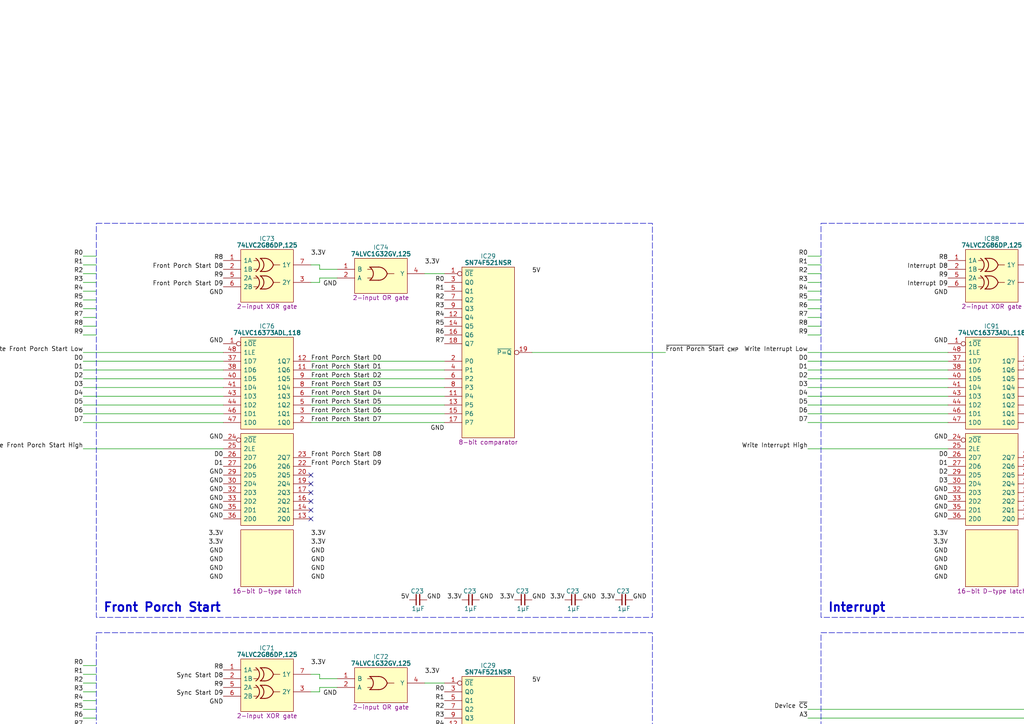
<source format=kicad_sch>
(kicad_sch (version 20230121) (generator eeschema)
  (paper "A4")
  (junction (at 576.58 220.98))
  (junction (at 548.64 210.82))
  (junction (at 577.85 223.52))
  (junction (at 579.12 226.06))
  (junction (at 544.83 218.44))
  (junction (at 548.005 386.08))
  (junction (at 518.795 386.08))
  (junction (at 580.39 228.6))
  (junction (at 546.1 215.9))
  (junction (at 547.37 213.36))
  (no_connect (at 90.17 378.46))
  (no_connect (at 485.775 320.675))
  (no_connect (at 300.355 150.495))
  (no_connect (at 594.36 101.6))
  (no_connect (at 485.775 325.755))
  (no_connect (at 574.04 454.025))
  (no_connect (at 485.775 315.595))
  (no_connect (at 90.17 381))
  (no_connect (at 90.17 386.08))
  (no_connect (at 309.88 502.285))
  (no_connect (at 90.17 145.415))
  (no_connect (at 485.775 318.135))
  (no_connect (at 90.17 256.54))
  (no_connect (at 534.67 258.445))
  (no_connect (at 544.195 391.16))
  (no_connect (at 300.355 137.795))
  (no_connect (at 591.185 563.245))
  (no_connect (at -75.565 302.26))
  (no_connect (at 90.17 269.24))
  (no_connect (at 90.17 266.7))
  (no_connect (at 329.565 255.27))
  (no_connect (at 90.17 140.335))
  (no_connect (at 90.17 388.62))
  (no_connect (at 300.355 145.415))
  (no_connect (at 300.355 140.335))
  (no_connect (at 90.17 375.92))
  (no_connect (at 570.23 499.745))
  (no_connect (at 309.88 512.445))
  (no_connect (at 90.17 493.395))
  (no_connect (at 90.17 503.555))
  (no_connect (at 309.88 469.9))
  (no_connect (at 90.17 264.16))
  (no_connect (at 328.93 389.255))
  (no_connect (at 309.88 447.675))
  (no_connect (at 90.17 150.495))
  (no_connect (at 485.775 323.215))
  (no_connect (at 603.25 324.485))
  (no_connect (at 328.93 384.175))
  (no_connect (at 300.355 142.875))
  (no_connect (at 90.17 498.475))
  (no_connect (at 90.17 259.08))
  (no_connect (at 574.04 443.865))
  (no_connect (at 90.17 506.095))
  (no_connect (at 90.17 501.015))
  (no_connect (at 90.17 261.62))
  (no_connect (at 90.17 147.955))
  (no_connect (at 90.17 137.795))
  (no_connect (at 300.355 147.955))
  (no_connect (at 512.445 454.025))
  (no_connect (at 90.17 495.935))
  (no_connect (at 90.17 383.54))
  (no_connect (at 90.17 142.875))
  (wire (pts (xy 24.13 102.235) (xy 64.77 102.235)))
  (wire (pts (xy 24.13 198.12) (xy 27.94 198.12)))
  (wire (pts (xy 609.6 441.325) (xy 613.41 441.325)))
  (wire (pts (xy 609.6 88.265) (xy 613.41 88.265)))
  (wire (pts (xy 444.5 561.34) (xy 448.31 561.34)))
  (wire (pts (xy 24.13 241.3) (xy 64.77 241.3)))
  (wire (pts (xy 234.315 130.175) (xy 274.955 130.175)))
  (wire (pts (xy 300.355 76.835) (xy 302.895 76.835)))
  (wire (pts (xy 444.5 328.295) (xy 460.375 328.295)))
  (wire (pts (xy 609.6 106.045) (xy 613.41 106.045)))
  (wire (pts (xy 123.19 198.12) (xy 128.905 198.12)))
  (wire (pts (xy 577.85 196.85) (xy 577.85 223.52)))
  (wire (pts (xy 613.41 144.78) (xy 594.36 144.78)))
  (wire (pts (xy 403.225 480.06) (xy 309.88 480.06)))
  (wire (pts (xy 24.13 345.44) (xy 64.77 345.44)))
  (wire (pts (xy 444.5 448.945) (xy 487.045 448.945)))
  (wire (pts (xy 302.895 76.835) (xy 302.895 78.105)))
  (wire (pts (xy 24.13 470.535) (xy 64.77 470.535)))
  (wire (pts (xy 613.41 321.945) (xy 603.25 321.945)))
  (wire (pts (xy 302.895 81.915) (xy 300.355 81.915)))
  (wire (pts (xy 402.59 374.015) (xy 328.93 374.015)))
  (wire (pts (xy 329.565 307.975) (xy 403.225 307.975)))
  (wire (pts (xy 300.355 104.775) (xy 339.09 104.775)))
  (wire (pts (xy 444.5 220.98) (xy 509.27 220.98)))
  (wire (pts (xy 570.23 509.905) (xy 613.41 509.905)))
  (wire (pts (xy 300.355 120.015) (xy 339.09 120.015)))
  (wire (pts (xy 570.23 507.365) (xy 613.41 507.365)))
  (wire (pts (xy 402.59 346.075) (xy 328.93 346.075)))
  (wire (pts (xy 90.17 114.935) (xy 128.905 114.935)))
  (wire (pts (xy 547.37 213.36) (xy 534.67 213.36)))
  (wire (pts (xy 534.67 263.525) (xy 613.41 263.525)))
  (wire (pts (xy 558.165 306.705) (xy 558.165 311.785)))
  (wire (pts (xy 496.57 330.835) (xy 485.775 330.835)))
  (wire (pts (xy 485.775 328.295) (xy 495.3 328.295)))
  (wire (pts (xy 444.5 250.825) (xy 509.27 250.825)))
  (wire (pts (xy 90.17 432.435) (xy 92.71 432.435)))
  (wire (pts (xy 24.13 228.6) (xy 64.77 228.6)))
  (wire (pts (xy 24.13 355.6) (xy 64.77 355.6)))
  (wire (pts (xy 560.705 349.25) (xy 539.75 349.25)))
  (wire (pts (xy 444.5 255.905) (xy 509.27 255.905)))
  (wire (pts (xy 92.71 76.835) (xy 92.71 78.105)))
  (wire (pts (xy 92.71 78.105) (xy 97.79 78.105)))
  (wire (pts (xy 403.225 257.81) (xy 329.565 257.81)))
  (wire (pts (xy 577.85 223.52) (xy 613.41 223.52)))
  (wire (pts (xy 24.13 89.535) (xy 27.94 89.535)))
  (wire (pts (xy 613.41 226.06) (xy 579.12 226.06)))
  (wire (pts (xy 90.17 226.06) (xy 128.905 226.06)))
  (wire (pts (xy 609.6 438.785) (xy 613.41 438.785)))
  (wire (pts (xy 24.13 208.28) (xy 27.94 208.28)))
  (wire (pts (xy 234.315 114.935) (xy 274.955 114.935)))
  (wire (pts (xy 24.13 112.395) (xy 64.77 112.395)))
  (wire (pts (xy 92.71 80.645) (xy 92.71 81.915)))
  (wire (pts (xy 444.5 333.375) (xy 460.375 333.375)))
  (wire (pts (xy 234.315 122.555) (xy 274.955 122.555)))
  (wire (pts (xy 300.355 109.855) (xy 339.09 109.855)))
  (wire (pts (xy 90.17 345.44) (xy 128.905 345.44)))
  (wire (pts (xy 403.225 509.905) (xy 309.88 509.905)))
  (wire (pts (xy 123.19 79.375) (xy 128.905 79.375)))
  (wire (pts (xy 234.95 469.9) (xy 284.48 469.9)))
  (wire (pts (xy 24.13 104.775) (xy 64.77 104.775)))
  (wire (pts (xy 24.13 81.915) (xy 27.94 81.915)))
  (wire (pts (xy 24.13 220.98) (xy 64.77 220.98)))
  (wire (pts (xy 24.13 109.855) (xy 64.77 109.855)))
  (wire (pts (xy 90.17 465.455) (xy 128.905 465.455)))
  (wire (pts (xy 234.315 215.9) (xy 304.165 215.9)))
  (wire (pts (xy 609.6 83.185) (xy 613.41 83.185)))
  (wire (pts (xy 613.41 149.86) (xy 594.36 149.86)))
  (wire (pts (xy 609.6 90.805) (xy 613.41 90.805)))
  (wire (pts (xy 444.5 446.405) (xy 487.045 446.405)))
  (wire (pts (xy 234.315 104.775) (xy 274.955 104.775)))
  (wire (pts (xy 24.13 223.52) (xy 64.77 223.52)))
  (wire (pts (xy 24.13 92.075) (xy 27.94 92.075)))
  (wire (pts (xy 613.41 228.6) (xy 580.39 228.6)))
  (wire (pts (xy 90.17 342.9) (xy 128.905 342.9)))
  (wire (pts (xy 403.225 290.195) (xy 329.565 290.195)))
  (wire (pts (xy 300.355 122.555) (xy 339.09 122.555)))
  (wire (pts (xy 518.795 386.08) (xy 518.795 388.62)))
  (wire (pts (xy 444.5 208.28) (xy 509.27 208.28)))
  (wire (pts (xy 539.75 330.835) (xy 559.435 330.835)))
  (wire (pts (xy 234.315 205.74) (xy 304.165 205.74)))
  (wire (pts (xy 302.895 78.105) (xy 307.975 78.105)))
  (wire (pts (xy 444.5 260.985) (xy 509.27 260.985)))
  (wire (pts (xy 24.13 445.135) (xy 27.94 445.135)))
  (wire (pts (xy 24.13 462.915) (xy 64.77 462.915)))
  (wire (pts (xy 92.71 81.915) (xy 90.17 81.915)))
  (wire (pts (xy 496.57 345.44) (xy 496.57 333.375)))
  (wire (pts (xy 90.17 355.6) (xy 128.905 355.6)))
  (wire (pts (xy 402.59 351.155) (xy 328.93 351.155)))
  (wire (pts (xy 154.305 340.36) (xy 193.04 340.36)))
  (wire (pts (xy 613.41 334.645) (xy 603.25 334.645)))
  (wire (pts (xy 123.19 434.975) (xy 128.905 434.975)))
  (wire (pts (xy 444.5 81.28) (xy 474.98 81.28)))
  (wire (pts (xy 613.41 337.185) (xy 603.25 337.185)))
  (wire (pts (xy 234.315 208.28) (xy 304.165 208.28)))
  (wire (pts (xy 444.5 565.15) (xy 448.31 565.15)))
  (wire (pts (xy 234.315 237.49) (xy 304.165 237.49)))
  (wire (pts (xy 24.13 238.76) (xy 64.77 238.76)))
  (wire (pts (xy 193.04 220.98) (xy 154.305 220.98)))
  (wire (pts (xy 24.13 452.755) (xy 27.94 452.755)))
  (wire (pts (xy 609.6 95.885) (xy 613.41 95.885)))
  (wire (pts (xy 24.13 473.075) (xy 64.77 473.075)))
  (wire (pts (xy 307.975 80.645) (xy 302.895 80.645)))
  (wire (pts (xy 24.13 434.975) (xy 27.94 434.975)))
  (wire (pts (xy 92.71 436.245) (xy 92.71 437.515)))
  (wire (pts (xy 402.59 356.235) (xy 328.93 356.235)))
  (wire (pts (xy 90.17 223.52) (xy 128.905 223.52)))
  (wire (pts (xy 403.225 323.215) (xy 329.565 323.215)))
  (wire (pts (xy 24.13 205.74) (xy 27.94 205.74)))
  (wire (pts (xy 444.5 215.9) (xy 509.27 215.9)))
  (wire (pts (xy 24.13 200.66) (xy 27.94 200.66)))
  (wire (pts (xy 559.435 330.835) (xy 559.435 327.025)))
  (wire (pts (xy 24.13 317.5) (xy 27.94 317.5)))
  (wire (pts (xy 24.13 347.98) (xy 64.77 347.98)))
  (wire (pts (xy 403.225 313.055) (xy 329.565 313.055)))
  (wire (pts (xy 609.6 93.345) (xy 613.41 93.345)))
  (wire (pts (xy 24.13 478.155) (xy 64.77 478.155)))
  (wire (pts (xy 24.13 86.995) (xy 27.94 86.995)))
  (wire (pts (xy 503.555 386.08) (xy 503.555 391.16)))
  (wire (pts (xy 234.315 109.855) (xy 274.955 109.855)))
  (wire (pts (xy 333.375 79.375) (xy 339.09 79.375)))
  (wire (pts (xy 24.13 226.06) (xy 64.77 226.06)))
  (wire (pts (xy 403.225 437.515) (xy 309.88 437.515)))
  (wire (pts (xy 97.79 199.39) (xy 92.71 199.39)))
  (wire (pts (xy 285.115 509.905) (xy 284.48 509.905)))
  (wire (pts (xy 90.17 460.375) (xy 128.905 460.375)))
  (wire (pts (xy 444.5 266.065) (xy 509.27 266.065)))
  (wire (pts (xy 97.79 318.77) (xy 92.71 318.77)))
  (wire (pts (xy 613.41 570.865) (xy 591.185 570.865)))
  (wire (pts (xy 329.565 318.135) (xy 403.225 318.135)))
  (wire (pts (xy 234.315 220.98) (xy 304.165 220.98)))
  (wire (pts (xy 234.315 84.455) (xy 238.125 84.455)))
  (wire (pts (xy 444.5 83.82) (xy 474.98 83.82)))
  (wire (pts (xy 24.13 114.935) (xy 64.77 114.935)))
  (wire (pts (xy 24.13 236.22) (xy 64.77 236.22)))
  (wire (pts (xy 24.13 429.895) (xy 27.94 429.895)))
  (wire (pts (xy 90.17 231.14) (xy 128.905 231.14)))
  (wire (pts (xy 613.41 306.705) (xy 558.165 306.705)))
  (wire (pts (xy 444.5 223.52) (xy 509.27 223.52)))
  (wire (pts (xy 444.5 570.865) (xy 565.785 570.865)))
  (wire (pts (xy 90.17 358.14) (xy 128.905 358.14)))
  (wire (pts (xy 24.13 437.515) (xy 27.94 437.515)))
  (wire (pts (xy 544.83 218.44) (xy 534.67 218.44)))
  (wire (pts (xy 514.35 327.025) (xy 496.57 327.025)))
  (wire (pts (xy 444.5 321.945) (xy 448.31 321.945)))
  (wire (pts (xy 90.17 122.555) (xy 128.905 122.555)))
  (wire (pts (xy 544.195 386.08) (xy 548.005 386.08)))
  (wire (pts (xy 549.91 199.39) (xy 548.64 199.39)))
  (wire (pts (xy 549.91 191.77) (xy 544.83 191.77)))
  (wire (pts (xy 580.39 191.77) (xy 580.39 228.6)))
  (wire (pts (xy 90.17 473.075) (xy 128.905 473.075)))
  (wire (pts (xy 92.71 318.77) (xy 92.71 320.04)))
  (wire (pts (xy 90.17 478.155) (xy 128.905 478.155)))
  (wire (pts (xy 90.17 76.835) (xy 92.71 76.835)))
  (wire (pts (xy 613.41 218.44) (xy 544.83 218.44)))
  (wire (pts (xy 90.17 117.475) (xy 128.905 117.475)))
  (wire (pts (xy 444.5 456.565) (xy 448.31 456.565)))
  (wire (pts (xy 364.49 102.235) (xy 403.225 102.235)))
  (wire (pts (xy 581.66 196.85) (xy 577.85 196.85)))
  (wire (pts (xy 24.13 327.66) (xy 27.94 327.66)))
  (wire (pts (xy 24.13 195.58) (xy 27.94 195.58)))
  (wire (pts (xy 24.13 475.615) (xy 64.77 475.615)))
  (wire (pts (xy 92.71 432.435) (xy 92.71 433.705)))
  (wire (pts (xy 487.68 441.325) (xy 487.045 441.325)))
  (wire (pts (xy 444.5 348.615) (xy 448.31 348.615)))
  (wire (pts (xy 90.17 233.68) (xy 128.905 233.68)))
  (wire (pts (xy 90.17 470.535) (xy 128.905 470.535)))
  (wire (pts (xy 24.13 332.74) (xy 27.94 332.74)))
  (wire (pts (xy 234.315 218.44) (xy 304.165 218.44)))
  (wire (pts (xy 24.13 447.675) (xy 27.94 447.675)))
  (wire (pts (xy 503.555 386.08) (xy 518.795 386.08)))
  (wire (pts (xy 583.565 448.945) (xy 583.565 441.325)))
  (wire (pts (xy 613.41 451.485) (xy 574.04 451.485)))
  (wire (pts (xy 234.315 117.475) (xy 274.955 117.475)))
  (wire (pts (xy 24.13 107.315) (xy 64.77 107.315)))
  (wire (pts (xy 444.5 319.405) (xy 448.31 319.405)))
  (wire (pts (xy 234.315 92.075) (xy 238.125 92.075)))
  (wire (pts (xy 90.17 120.015) (xy 128.905 120.015)))
  (wire (pts (xy 548.005 386.08) (xy 553.085 386.08)))
  (wire (pts (xy 90.17 347.98) (xy 128.905 347.98)))
  (wire (pts (xy 234.315 74.295) (xy 238.125 74.295)))
  (wire (pts (xy 444.5 310.515) (xy 448.31 310.515)))
  (wire (pts (xy 547.37 196.85) (xy 547.37 213.36)))
  (wire (pts (xy 234.315 250.19) (xy 304.165 250.19)))
  (wire (pts (xy 444.5 559.435) (xy 448.31 559.435)))
  (wire (pts (xy 548.005 391.16) (xy 548.005 386.08)))
  (wire (pts (xy 92.71 316.23) (xy 97.79 316.23)))
  (wire (pts (xy 444.5 438.785) (xy 487.045 438.785)))
  (wire (pts (xy 234.315 81.915) (xy 238.125 81.915)))
  (wire (pts (xy 613.41 327.025) (xy 603.25 327.025)))
  (wire (pts (xy 24.13 233.68) (xy 64.77 233.68)))
  (wire (pts (xy 500.38 101.6) (xy 521.97 101.6)))
  (wire (pts (xy 90.17 112.395) (xy 128.905 112.395)))
  (wire (pts (xy 24.13 74.295) (xy 27.94 74.295)))
  (wire (pts (xy 534.67 223.52) (xy 577.85 223.52)))
  (wire (pts (xy 90.17 238.76) (xy 128.905 238.76)))
  (wire (pts (xy 402.59 379.095) (xy 328.93 379.095)))
  (wire (pts (xy 300.355 117.475) (xy 339.09 117.475)))
  (wire (pts (xy 613.41 154.94) (xy 594.36 154.94)))
  (wire (pts (xy 285.115 504.825) (xy 284.48 504.825)))
  (wire (pts (xy 444.5 86.36) (xy 474.98 86.36)))
  (wire (pts (xy 90.17 236.22) (xy 128.905 236.22)))
  (wire (pts (xy 24.13 350.52) (xy 64.77 350.52)))
  (wire (pts (xy 609.6 103.505) (xy 613.41 103.505)))
  (wire (pts (xy 24.13 94.615) (xy 27.94 94.615)))
  (wire (pts (xy 534.67 250.825) (xy 613.41 250.825)))
  (wire (pts (xy 496.57 327.025) (xy 496.57 330.835)))
  (wire (pts (xy 444.5 253.365) (xy 509.27 253.365)))
  (wire (pts (xy 234.315 252.73) (xy 304.165 252.73)))
  (wire (pts (xy 581.66 191.77) (xy 580.39 191.77)))
  (wire (pts (xy 24.13 353.06) (xy 64.77 353.06)))
  (wire (pts (xy 444.5 443.865) (xy 487.045 443.865)))
  (wire (pts (xy 234.95 480.06) (xy 284.48 480.06)))
  (wire (pts (xy 90.17 350.52) (xy 128.905 350.52)))
  (wire (pts (xy 234.315 276.225) (xy 304.165 276.225)))
  (wire (pts (xy 444.5 563.245) (xy 461.01 563.245)))
  (wire (pts (xy 609.6 85.725) (xy 613.41 85.725)))
  (wire (pts (xy 613.41 157.48) (xy 594.36 157.48)))
  (wire (pts (xy 613.41 332.105) (xy 603.25 332.105)))
  (wire (pts (xy 234.315 76.835) (xy 238.125 76.835)))
  (wire (pts (xy 233.68 342.265) (xy 303.53 342.265)))
  (wire (pts (xy 24.13 193.04) (xy 27.94 193.04)))
  (wire (pts (xy 24.13 465.455) (xy 64.77 465.455)))
  (wire (pts (xy 496.57 345.44) (xy 514.35 345.44)))
  (wire (pts (xy 92.71 320.04) (xy 90.17 320.04)))
  (wire (pts (xy 570.23 497.205) (xy 613.41 497.205)))
  (wire (pts (xy 24.13 335.28) (xy 27.94 335.28)))
  (wire (pts (xy 234.315 89.535) (xy 238.125 89.535)))
  (wire (pts (xy 300.355 114.935) (xy 339.09 114.935)))
  (wire (pts (xy 92.71 437.515) (xy 90.17 437.515)))
  (wire (pts (xy 92.71 199.39) (xy 92.71 200.66)))
  (wire (pts (xy 24.13 314.96) (xy 27.94 314.96)))
  (wire (pts (xy 444.5 335.915) (xy 448.31 335.915)))
  (wire (pts (xy 90.17 228.6) (xy 128.905 228.6)))
  (wire (pts (xy 24.13 457.835) (xy 64.77 457.835)))
  (wire (pts (xy 403.225 285.115) (xy 329.565 285.115)))
  (wire (pts (xy 503.555 391.16) (xy 504.825 391.16)))
  (wire (pts (xy 613.41 266.065) (xy 534.67 266.065)))
  (wire (pts (xy 24.13 76.835) (xy 27.94 76.835)))
  (wire (pts (xy 24.13 210.82) (xy 27.94 210.82)))
  (wire (pts (xy 24.13 320.04) (xy 27.94 320.04)))
  (wire (pts (xy 24.13 231.14) (xy 64.77 231.14)))
  (wire (pts (xy 444.5 205.74) (xy 509.27 205.74)))
  (wire (pts (xy 444.5 499.745) (xy 544.83 499.745)))
  (wire (pts (xy 534.67 228.6) (xy 580.39 228.6)))
  (wire (pts (xy 609.6 443.865) (xy 613.41 443.865)))
  (wire (pts (xy 24.13 368.3) (xy 64.77 368.3)))
  (wire (pts (xy 234.315 94.615) (xy 238.125 94.615)))
  (wire (pts (xy 444.5 226.06) (xy 509.27 226.06)))
  (wire (pts (xy 90.17 195.58) (xy 92.71 195.58)))
  (wire (pts (xy 496.57 333.375) (xy 485.775 333.375)))
  (wire (pts (xy 24.13 325.12) (xy 27.94 325.12)))
  (wire (pts (xy 444.5 330.835) (xy 460.375 330.835)))
  (wire (pts (xy 444.5 248.285) (xy 509.27 248.285)))
  (wire (pts (xy 24.13 467.995) (xy 64.77 467.995)))
  (wire (pts (xy 444.5 160.655) (xy 457.835 160.655)))
  (wire (pts (xy 548.64 210.82) (xy 534.67 210.82)))
  (wire (pts (xy 234.315 97.155) (xy 238.125 97.155)))
  (wire (pts (xy 90.17 107.315) (xy 128.905 107.315)))
  (wire (pts (xy 444.5 509.905) (xy 544.83 509.905)))
  (wire (pts (xy 234.315 86.995) (xy 238.125 86.995)))
  (wire (pts (xy 234.315 102.235) (xy 274.955 102.235)))
  (wire (pts (xy 97.79 80.645) (xy 92.71 80.645)))
  (wire (pts (xy 444.5 454.025) (xy 487.045 454.025)))
  (wire (pts (xy 544.83 191.77) (xy 544.83 218.44)))
  (wire (pts (xy 534.67 220.98) (xy 576.58 220.98)))
  (wire (pts (xy 24.13 84.455) (xy 27.94 84.455)))
  (wire (pts (xy 234.95 437.515) (xy 284.48 437.515)))
  (wire (pts (xy 92.71 200.66) (xy 90.17 200.66)))
  (wire (pts (xy 444.5 351.155) (xy 448.31 351.155)))
  (wire (pts (xy 300.355 107.315) (xy 339.09 107.315)))
  (wire (pts (xy 534.67 248.285) (xy 613.41 248.285)))
  (wire (pts (xy 90.17 104.775) (xy 128.905 104.775)))
  (wire (pts (xy 123.19 317.5) (xy 128.905 317.5)))
  (wire (pts (xy 444.5 228.6) (xy 509.27 228.6)))
  (wire (pts (xy 24.13 358.14) (xy 64.77 358.14)))
  (wire (pts (xy 546.1 215.9) (xy 534.67 215.9)))
  (wire (pts (xy 302.895 80.645) (xy 302.895 81.915)))
  (wire (pts (xy 548.64 199.39) (xy 548.64 210.82)))
  (wire (pts (xy 90.17 467.995) (xy 128.905 467.995)))
  (wire (pts (xy 233.68 375.285) (xy 303.53 375.285)))
  (wire (pts (xy 444.5 343.535) (xy 448.31 343.535)))
  (wire (pts (xy 579.12 194.31) (xy 579.12 226.06)))
  (wire (pts (xy 486.41 563.245) (xy 508.635 563.245)))
  (wire (pts (xy 92.71 196.85) (xy 97.79 196.85)))
  (wire (pts (xy 234.315 107.315) (xy 274.955 107.315)))
  (wire (pts (xy 24.13 130.175) (xy 64.77 130.175)))
  (wire (pts (xy 300.355 112.395) (xy 339.09 112.395)))
  (wire (pts (xy 613.41 210.82) (xy 548.64 210.82)))
  (wire (pts (xy 540.385 311.785) (xy 558.165 311.785)))
  (wire (pts (xy 613.41 160.02) (xy 594.36 160.02)))
  (wire (pts (xy 90.17 475.615) (xy 128.905 475.615)))
  (wire (pts (xy 90.17 241.3) (xy 128.905 241.3)))
  (wire (pts (xy 444.5 213.36) (xy 509.27 213.36)))
  (wire (pts (xy 591.185 560.705) (xy 613.41 560.705)))
  (wire (pts (xy 402.59 340.995) (xy 328.93 340.995)))
  (wire (pts (xy 444.5 218.44) (xy 509.27 218.44)))
  (wire (pts (xy 609.6 100.965) (xy 613.41 100.965)))
  (wire (pts (xy 24.13 342.9) (xy 64.77 342.9)))
  (wire (pts (xy 444.5 210.82) (xy 509.27 210.82)))
  (wire (pts (xy 495.3 313.055) (xy 514.985 313.055)))
  (wire (pts (xy 234.315 242.57) (xy 304.165 242.57)))
  (wire (pts (xy 609.6 98.425) (xy 613.41 98.425)))
  (wire (pts (xy 576.58 220.98) (xy 613.41 220.98)))
  (wire (pts (xy 576.58 199.39) (xy 576.58 220.98)))
  (wire (pts (xy 444.5 163.195) (xy 457.835 163.195)))
  (wire (pts (xy 403.225 274.955) (xy 329.565 274.955)))
  (wire (pts (xy 24.13 248.92) (xy 64.77 248.92)))
  (wire (pts (xy 591.185 573.405) (xy 613.41 573.405)))
  (wire (pts (xy 403.225 280.035) (xy 329.565 280.035)))
  (wire (pts (xy 92.71 433.705) (xy 97.79 433.705)))
  (wire (pts (xy 444.5 313.055) (xy 460.375 313.055)))
  (wire (pts (xy 24.13 322.58) (xy 27.94 322.58)))
  (wire (pts (xy 613.41 253.365) (xy 534.67 253.365)))
  (wire (pts (xy 613.41 329.565) (xy 603.25 329.565)))
  (wire (pts (xy 444.5 557.53) (xy 448.31 557.53)))
  (wire (pts (xy 90.17 462.915) (xy 128.905 462.915)))
  (wire (pts (xy 90.17 360.68) (xy 128.905 360.68)))
  (wire (pts (xy 24.13 485.775) (xy 64.77 485.775)))
  (wire (pts (xy 234.95 432.435) (xy 284.48 432.435)))
  (wire (pts (xy 24.13 312.42) (xy 27.94 312.42)))
  (wire (pts (xy 90.17 314.96) (xy 92.71 314.96)))
  (wire (pts (xy 154.305 102.235) (xy 193.04 102.235)))
  (wire (pts (xy 92.71 314.96) (xy 92.71 316.23)))
  (wire (pts (xy 444.5 346.075) (xy 448.31 346.075)))
  (wire (pts (xy 560.705 329.565) (xy 577.85 329.565)))
  (wire (pts (xy 285.115 499.745) (xy 284.48 499.745)))
  (wire (pts (xy 24.13 440.055) (xy 27.94 440.055)))
  (wire (pts (xy 90.17 109.855) (xy 128.905 109.855)))
  (wire (pts (xy 193.04 457.835) (xy 154.305 457.835)))
  (wire (pts (xy 546.1 194.31) (xy 546.1 215.9)))
  (wire (pts (xy 613.41 142.24) (xy 594.36 142.24)))
  (wire (pts (xy 534.67 226.06) (xy 579.12 226.06)))
  (wire (pts (xy 24.13 432.435) (xy 27.94 432.435)))
  (wire (pts (xy 534.035 560.705) (xy 565.785 560.705)))
  (wire (pts (xy 24.13 330.2) (xy 27.94 330.2)))
  (wire (pts (xy 24.13 213.36) (xy 27.94 213.36)))
  (wire (pts (xy 444.5 338.455) (xy 448.31 338.455)))
  (wire (pts (xy 549.91 196.85) (xy 547.37 196.85)))
  (wire (pts (xy 285.115 514.985) (xy 284.48 514.985)))
  (wire (pts (xy 24.13 122.555) (xy 64.77 122.555)))
  (wire (pts (xy 613.41 152.4) (xy 594.36 152.4)))
  (wire (pts (xy 234.315 79.375) (xy 238.125 79.375)))
  (wire (pts (xy 613.41 319.405) (xy 603.25 319.405)))
  (wire (pts (xy 24.13 360.68) (xy 64.77 360.68)))
  (wire (pts (xy 495.3 328.295) (xy 495.3 313.055)))
  (wire (pts (xy 24.13 203.2) (xy 27.94 203.2)))
  (wire (pts (xy 613.41 147.32) (xy 594.36 147.32)))
  (wire (pts (xy 403.225 499.745) (xy 309.88 499.745)))
  (wire (pts (xy 559.435 327.025) (xy 577.85 327.025)))
  (wire (pts (xy 581.66 199.39) (xy 576.58 199.39)))
  (wire (pts (xy 613.41 260.985) (xy 534.67 260.985)))
  (wire (pts (xy 444.5 263.525) (xy 509.27 263.525)))
  (wire (pts (xy 613.41 448.945) (xy 583.565 448.945)))
  (wire (pts (xy 560.705 329.565) (xy 560.705 349.25)))
  (wire (pts (xy 234.95 447.675) (xy 284.48 447.675)))
  (wire (pts (xy 24.13 442.595) (xy 27.94 442.595)))
  (wire (pts (xy 234.315 120.015) (xy 274.955 120.015)))
  (wire (pts (xy 547.37 101.6) (xy 568.96 101.6)))
  (wire (pts (xy 92.71 195.58) (xy 92.71 196.85)))
  (wire (pts (xy 24.13 215.9) (xy 27.94 215.9)))
  (wire (pts (xy 24.13 460.375) (xy 64.77 460.375)))
  (wire (pts (xy 97.79 436.245) (xy 92.71 436.245)))
  (wire (pts (xy 24.13 79.375) (xy 27.94 79.375)))
  (wire (pts (xy 583.565 441.325) (xy 574.04 441.325)))
  (wire (pts (xy 24.13 340.36) (xy 64.77 340.36)))
  (wire (pts (xy 613.41 215.9) (xy 546.1 215.9)))
  (wire (pts (xy 234.315 112.395) (xy 274.955 112.395)))
  (wire (pts (xy 613.41 255.905) (xy 534.67 255.905)))
  (wire (pts (xy 90.17 353.06) (xy 128.905 353.06)))
  (wire (pts (xy 613.41 213.36) (xy 547.37 213.36)))
  (wire (pts (xy 24.13 117.475) (xy 64.77 117.475)))
  (wire (pts (xy 24.13 120.015) (xy 64.77 120.015)))
  (wire (pts (xy 234.315 247.65) (xy 304.165 247.65)))
  (wire (pts (xy 549.91 194.31) (xy 546.1 194.31)))
  (wire (pts (xy 24.13 450.215) (xy 27.94 450.215)))
  (wire (pts (xy 444.5 459.105) (xy 448.31 459.105)))
  (wire (pts (xy 24.13 97.155) (xy 27.94 97.155)))
  (wire (pts (xy 579.12 194.31) (xy 581.66 194.31)))
  (wire (pts (xy 444.5 340.995) (xy 448.31 340.995)))
  (rectangle (start 27.94 421.005) (end 189.23 535.305) (stroke (width 0) (type dash)))
  (rectangle (start 448.31 361.95) (end 609.6 417.195) (stroke (width 0) (type dash)))
  (rectangle (start 448.31 421.005) (end 609.6 535.305) (stroke (width 0) (type dash)))
  (rectangle (start 448.31 64.77) (end 609.6 179.07) (stroke (width 0) (type dash)))
  (rectangle (start 27.94 302.26) (end 189.23 416.56) (stroke (width 0) (type dash)))
  (rectangle (start 448.31 183.515) (end 609.6 297.815) (stroke (width 0) (type dash)))
  (rectangle (start 238.125 183.515) (end 399.415 416.56) (stroke (width 0) (type dash)))
  (rectangle (start 448.31 541.02) (end 609.6 596.265) (stroke (width 0) (type dash)))
  (rectangle (start 238.125 64.77) (end 399.415 179.07) (stroke (width 0) (type dash)))
  (rectangle (start 27.94 183.515) (end 189.23 297.815) (stroke (width 0) (type dash)))
  (rectangle (start 448.31 302.26) (end 609.6 357.505) (stroke (width 0) (type dash)))
  (rectangle (start 238.125 421.005) (end 399.415 535.305) (stroke (width 0) (type dash)))
  (rectangle (start 27.94 64.77) (end 189.23 179.07) (stroke (width 0) (type dash)))
  (text "Device Select" (at 240.03 415.29 0) (effects (font (size 2.54 2.54) (thickness 0.508) bold) (justify left bottom)))
  (text "Row Counter" (at 450.215 175.26 0) (effects (font (size 2.54 2.54) (thickness 0.508) bold) (justify left bottom)))
  (text "Input Signals" (at 451.485 294.005 0) (effects (font (size 2.54 2.54) (thickness 0.508) bold) (justify left bottom)))
  (text "Half-clock Signal Offset" (at 450.85 532.13 0) (effects (font (size 2.54 2.54) (thickness 0.508) bold) (justify left bottom)))
  (text "Sync Start" (at 29.845 296.545 0) (effects (font (size 2.54 2.54) (thickness 0.508) bold) (justify left bottom)))
  (text "Vertical Blank" (at 240.03 534.035 0) (effects (font (size 2.54 2.54) (thickness 0.508) bold) (justify left bottom)))
  (text "Back Porch Start" (at 29.845 415.29 0) (effects (font (size 2.54 2.54) (thickness 0.508) bold) (justify left bottom)))
  (text "Power and Spares" (at 450.85 414.02 0) (effects (font (size 2.54 2.54) (thickness 0.508) bold) (justify left bottom)))
  (text "Interrupt" (at 240.03 177.8 0) (effects (font (size 2.54 2.54) (thickness 0.508) bold) (justify left bottom)))
  (text "Front Porch Start" (at 29.845 177.8 0) (effects (font (size 2.54 2.54) (thickness 0.508) bold) (justify left bottom)))
  (text "Flags and Outputs" (at 450.85 354.33 0) (effects (font (size 2.54 2.54) (thickness 0.508) bold) (justify left bottom)))
  (text "Interrupt" (at 450.85 593.09 0) (effects (font (size 2.54 2.54) (thickness 0.508) bold) (justify left bottom)))
  (text "Back Porch End" (at 29.845 534.035 0) (effects (font (size 2.54 2.54) (thickness 0.508) bold) (justify left bottom)))
  (label "R6" (at 339.09 97.155 180))
  (label "R7" (at 128.905 99.695 180))
  (label "R7" (at 234.315 92.075 180))
  (label "D4" (at 24.13 233.68 180))
  (label "Enable" (at 548.64 446.405 180))
  (label "Read Row High ~{CS}" (at 329.565 252.73 0))
  (label "GND" (at 304.165 240.03 180))
  (label "3.3V" (at 359.41 173.99 180))
  (label "5V" (at -75.565 281.94 180))
  (label "R8" (at 64.77 194.31 180))
  (label "GND" (at 90.17 406.4 0))
  (label "5V" (at 118.745 292.735 180))
  (label "D3" (at 24.13 350.52 180))
  (label "3.3V" (at 566.42 173.99 180))
  (label "3.3V" (at 512.445 438.785 0))
  (label "R4" (at 128.905 330.2 180))
  (label "R8" (at 613.41 103.505 0))
  (label "3.3V" (at 518.795 173.99 180))
  (label "Write Flags ~{CS}" (at 303.53 354.965 180))
  (label "First Row" (at 577.85 319.405 180))
  (label "Interrupt D9" (at 274.955 83.185 180))
  (label "GND" (at 521.97 104.14 180))
  (label "D4" (at 234.315 114.935 180))
  (label "3.3V" (at 570.23 191.77 0))
  (label "Write Front Porch Start High ~{CS}" (at 329.565 210.82 0))
  (label "Horizontal Sync" (at 613.41 438.785 0))
  (label "R7" (at 510.54 142.24 180))
  (label "GND" (at 284.48 512.445 180))
  (label "3.3V" (at 149.225 173.99 180))
  (label "D5" (at 24.13 117.475 180))
  (label "~{Pixel CLK}" (at 544.83 494.665 180))
  (label "Interrupt D8" (at 300.355 132.715 0))
  (label "5V" (at 118.745 173.99 180))
  (label "Front Porch Start D2" (at 90.17 109.855 0))
  (label "Device ~{CS}" (at 234.315 237.49 180))
  (label "GND" (at 90.17 516.255 0))
  (label "GND" (at 90.17 403.86 0))
  (label "GND" (at 154.305 173.99 0))
  (label "GND" (at 460.375 315.595 180))
  (label "D3_{IN{slash}OUT}" (at -75.565 325.12 180))
  (label "GND" (at 596.265 527.05 0))
  (label "~{Horizontal Sync}" (at 514.35 347.98 180))
  (label "Last Row + 1 _{OUT}" (at -47.625 322.58 0))
  (label "GND" (at 64.77 261.62 180))
  (label "3.3V" (at 284.48 482.6 180))
  (label "GND" (at 64.77 142.875 180))
  (label "Clear Interrupt" (at 402.59 351.155 0))
  (label "~{WD}_{IN}" (at -75.565 289.56 180))
  (label "GND" (at 64.77 165.735 180))
  (label "3.3V" (at 300.355 158.115 0))
  (label "GND" (at 587.375 352.425 0))
  (label "5V" (at 509.27 245.745 180))
  (label "GND" (at 509.905 391.16 0))
  (label "Vertical Blank" (at 613.41 497.205 0))
  (label "D1" (at 64.77 373.38 180))
  (label "~{Back Porch Start} _{CMP}" (at 193.04 340.36 0))
  (label "GND" (at 64.77 388.62 180))
  (label "GND" (at 274.955 168.275 180))
  (label "~{Clear Interrupt}" (at 508.635 563.245 180))
  (label "~{WD}" (at 303.53 347.345 180))
  (label "Last Row + 1 _{OUT}" (at 613.41 321.945 0))
  (label "GND" (at 377.19 411.48 0))
  (label "R3" (at 24.13 200.66 180))
  (label "Back Porch End D1" (at 90.805 462.915 0))
  (label "3.3V" (at 483.235 158.115 0))
  (label "~{Back Porch Start} _{CMP}" (at -47.625 281.94 0) (effects (font italic)))
  (label "3.3V" (at 500.38 81.28 0))
  (label "3.3V" (at 284.48 450.215 180))
  (label "3.3V" (at 133.985 411.48 180))
  (label "~{WD}" (at 613.41 248.285 0))
  (label "3.3V" (at 387.985 411.48 180))
  (label "Write Front Porch Start Low" (at 24.13 102.235 180))
  (label "Vertical Sync" (at 613.41 507.365 0))
  (label "3.3V" (at 64.77 155.575 180))
  (label "D2" (at 613.41 223.52 0))
  (label "~{Interrupt}" (at 577.85 332.105 180))
  (label "GND" (at -75.565 317.5 180))
  (label "Enable" (at 444.5 81.28 180))
  (label "~{Read Row High}" (at 483.235 163.195 0))
  (label "R9" (at 64.77 80.645 180))
  (label "GND" (at 64.77 279.4 180))
  (label "R9" (at 613.41 106.045 0))
  (label "R1" (at 24.13 314.96 180))
  (label "~{Back Porch End} _{CMP}" (at 193.04 457.835 0))
  (label "Write Back Porch Start High" (at 403.225 313.055 0))
  (label "GND" (at 460.375 325.755 180))
  (label "R3" (at 128.905 445.135 180))
  (label "First Pixel" (at 613.41 253.365 0))
  (label "Write Interrupt Low" (at 234.315 102.235 180))
  (label "D5" (at 234.315 117.475 180))
  (label "D3" (at 24.13 231.14 180))
  (label "GND" (at 565.785 568.325 180))
  (label "D0" (at 535.94 160.02 0))
  (label "GND" (at 64.77 163.195 180))
  (label "Read Row Low" (at 444.5 160.655 180))
  (label "3.3V" (at 601.98 199.39 0))
  (label "Horizontal Blank _{OUT}" (at -47.625 335.28 0))
  (label "D0" (at 444.5 333.375 180))
  (label "GND" (at 509.27 231.14 180))
  (label "3.3V" (at 284.48 477.52 180))
  (label "R4" (at 234.315 84.455 180))
  (label "GND" (at 571.5 173.99 0))
  (label "D0" (at 64.77 251.46 180))
  (label "Sync Start D2" (at 90.17 228.6 0))
  (label "R2" (at 613.41 88.265 0))
  (label "GND" (at 90.17 518.795 0))
  (label "R9" (at 24.13 452.755 180))
  (label "3.3V" (at 284.48 472.44 180))
  (label "5V" (at 118.745 530.225 180))
  (label "3.3V" (at 565.785 565.785 180))
  (label "R3" (at 24.13 437.515 180))
  (label "R3" (at 500.38 96.52 0))
  (label "Device ~{CS} _{IN}" (at -75.565 307.34 180))
  (label "GND" (at 474.98 91.44 180))
  (label "GND" (at 460.375 318.135 180))
  (label "~{WD}" (at 304.165 281.305 180))
  (label "GND" (at 339.09 125.095 180))
  (label "A3" (at 234.315 208.28 180))
  (label "R2" (at 24.13 317.5 180))
  (label "D6" (at 24.13 120.015 180))
  (label "3.3V" (at 329.565 237.49 0))
  (label "Read Row High ~{CS}" (at 303.53 377.825 180))
  (label "Back Porch Start D5" (at 90.17 355.6 0))
  (label "Write Back Porch End Low" (at 403.225 318.135 0))
  (label "~{Reset}" (at 565.785 575.945 180))
  (label "Sync Start D9" (at 90.17 254 0))
  (label "3.3V" (at 340.36 411.48 180))
  (label "5V" (at 582.93 292.735 180))
  (label "GND" (at 568.96 88.9 180))
  (label "3.3V" (at 594.36 137.16 0))
  (label "~{Back Porch End}" (at 568.96 83.82 180))
  (label "R0" (at 24.13 193.04 180))
  (label "GND" (at 474.98 93.98 180))
  (label "3.3V" (at 284.48 445.135 180))
  (label "D0" (at 234.315 104.775 180))
  (label "GND" (at 313.69 411.48 0))
  (label "R6" (at 128.905 97.155 180))
  (label "GND" (at -75.565 294.64 180))
  (label "~{RD}" (at 303.53 380.365 180))
  (label "~{Vertical Sync}" (at 444.5 343.535 180))
  (label "5V" (at 154.305 434.975 0))
  (label "GND" (at 154.305 292.735 0))
  (label "3.3V" (at 304.165 210.82 180))
  (label "First Pixel" (at 521.97 86.36 180))
  (label "Write Front Porch Start High" (at 24.13 130.175 180))
  (label "Back Porch Start D3" (at 90.17 350.52 0))
  (label "3.3V" (at 568.96 99.06 180))
  (label "~{Vertical Sync}" (at 514.35 329.565 180))
  (label "Front Porch Start D8" (at 64.77 78.105 180))
  (label "GND" (at 570.23 589.28 0))
  (label "~{Front Porch Start} _{CMP}" (at 234.95 437.515 180))
  (label "D4" (at 535.94 149.86 0))
  (label "Horizontal Blank" (at 512.445 451.485 0))
  (label "First Row" (at 403.225 480.06 0))
  (label "GND" (at 577.85 339.725 180))
  (label "3.3V" (at 149.225 530.225 180))
  (label "GND" (at 581.025 527.05 0))
  (label "D2_{IN{slash}OUT}" (at -75.565 327.66 180))
  (label "Write Back Porch Start Low ~{CS}" (at 329.565 218.44 0))
  (label "GND" (at 64.77 516.255 180))
  (label "Sync Start D5" (at 90.17 236.22 0))
  (label "Write Back Porch End High" (at 403.225 323.215 0))
  (label "GND" (at 274.955 163.195 180))
  (label "3.3V" (at 149.225 292.735 180))
  (label "GND" (at 168.91 173.99 0))
  (label "~{Front Porch Start} _{CMP}" (at 193.04 102.235 0))
  (label "Vertical Blank _{OUT}" (at -47.625 332.74 0))
  (label "GND" (at 577.85 324.485 180))
  (label "~{Reset _{IN}}" (at -75.565 309.88 180))
  (label "R7" (at 24.13 330.2 180))
  (label "R8" (at 64.77 75.565 180))
  (label "Read Row Low" (at 402.59 374.015 0))
  (label "GND" (at 97.79 201.93 180))
  (label "GND" (at 345.44 411.48 0))
  (label "D3" (at 274.955 140.335 180))
  (label "R5" (at 24.13 205.74 180))
  (label "3.3V" (at 163.83 292.735 180))
  (label "GND" (at 571.5 352.425 0))
  (label "R9" (at 568.96 157.48 180))
  (label "R2" (at 24.13 79.375 180))
  (label "~{WD}" (at 303.53 352.425 180))
  (label "~{Interrupt} _{CMP}" (at 565.785 563.245 180))
  (label "R9" (at 594.36 91.44 0))
  (label "Write Interrupt Low ~{CS}" (at 329.565 240.03 0))
  (label "GND" (at 514.985 315.595 180))
  (label "3.3V" (at 300.355 74.295 0))
  (label "Vertical Sync _{OUT}" (at 613.41 327.025 0))
  (label "~{Back Porch Start}" (at 285.115 514.985 180))
  (label "Horizontal Blank" (at 577.85 337.185 180))
  (label "D3" (at 613.41 152.4 0))
  (label "D7_{IN{slash}OUT}" (at -75.565 312.42 180))
  (label "R3" (at 613.41 90.805 0))
  (label "D4" (at 24.13 353.06 180))
  (label "GND" (at 90.17 401.32 0))
  (label "GND" (at 139.065 530.225 0))
  (label "GND" (at 154.305 530.225 0))
  (label "GND" (at 364.49 530.225 0))
  (label "Write Interrupt High ~{CS}" (at 329.565 242.57 0))
  (label "D2" (at 234.315 109.855 180))
  (label "3.3V" (at 90.17 511.175 0))
  (label "R4" (at 24.13 84.455 180))
  (label "D6" (at 535.94 144.78 0))
  (label "GND" (at 90.17 523.875 0))
  (label "Vertical Sync" (at 514.35 332.105 180))
  (label "GND" (at 603.25 292.735 0))
  (label "R4" (at 128.905 92.075 180))
  (label "3.3V" (at 486.41 560.705 0))
  (label "R1" (at 339.09 84.455 180))
  (label "R7" (at 24.13 210.82 180))
  (label "Enable" (at 444.5 310.515 180))
  (label "GND" (at 183.515 173.99 0))
  (label "D6" (at 234.315 120.015 180))
  (label "GND" (at 64.77 455.295 180))
  (label "GND" (at 64.77 441.325 180))
  (label "Last Pixel + 1 _{HALF CYCLE}" (at 565.785 558.165 180))
  (label "D0" (at 24.13 223.52 180))
  (label "D0" (at 24.13 460.375 180))
  (label "Horizontal Sync" (at 444.5 351.155 180))
  (label "R3" (at 234.315 81.915 180))
  (label "D3" (at 24.13 112.395 180))
  (label "Sync Start D8" (at 64.77 196.85 180))
  (label "R3" (at 128.905 327.66 180))
  (label "First Row" (at 444.5 319.405 180))
  (label "R6" (at 547.37 93.98 0))
  (label "GND" (at 307.975 83.185 180))
  (label "3.3V" (at 90.17 276.86 0))
  (label "GND" (at 64.77 284.48 180))
  (label "GND" (at 183.515 530.225 0))
  (label "~{Horizontal Sync}" (at 512.445 443.865 0))
  (label "GND" (at 565.15 527.05 0))
  (label "Back Porch Start D6" (at 90.17 358.14 0))
  (label "GND" (at 168.91 530.225 0))
  (label "GND" (at 568.96 147.32 180))
  (label "Interrupt D9" (at 300.355 135.255 0))
  (label "~{Enable}" (at -47.625 284.48 0))
  (label "Reset Disable ~{CS}" (at 444.5 570.865 180))
  (label "R6" (at 234.315 89.535 180))
  (label "3.3V" (at 64.77 276.86 180))
  (label "3.3V" (at 547.37 81.28 0))
  (label "~{Back Porch Start}" (at 309.88 467.36 0))
  (label "3.3V" (at 90.17 513.715 0))
  (label "3.3V" (at 329.565 205.74 0))
  (label "R0" (at 128.905 81.915 180))
  (label "GND" (at 568.96 104.14 180))
  (label "D5" (at 24.13 236.22 180))
  (label "3.3V" (at 582.295 173.99 180))
  (label "3.3V" (at 388.62 173.99 180))
  (label "Write Back Porch End Low ~{CS}" (at 329.565 223.52 0))
  (label "GND" (at 303.53 360.045 180))
  (label "R10" (at 594.36 93.98 0))
  (label "Back Porch End D5" (at 90.805 473.075 0))
  (label "GND" (at 548.64 459.105 180))
  (label "Interrupt D5" (at 300.355 117.475 0))
  (label "3.3V" (at 64.77 393.7 180))
  (label "Horizontal Sync _{IN}" (at -47.625 287.02 0))
  (label "5V" (at 503.555 386.08 180))
  (label "R3" (at 128.905 89.535 180))
  (label "D0" (at 64.77 488.315 180))
  (label "D2" (at 24.13 347.98 180))
  (label "3.3V" (at 308.61 411.48 180))
  (label "5V" (at -47.625 330.2 0))
  (label "3.3V" (at 123.19 76.835 0))
  (label "D3" (at 535.94 152.4 0))
  (label "R4" (at 24.13 322.58 180))
  (label "R2" (at 500.38 93.98 0))
  (label "3.3V" (at 388.62 530.225 180))
  (label "R8" (at 594.36 88.9 0))
  (label "GND" (at 64.77 337.82 180))
  (label "GND" (at 123.825 292.735 0))
  (label "3.3V" (at 470.535 346.075 180))
  (label "R1" (at 500.38 91.44 0))
  (label "GND" (at 90.17 284.48 0))
  (label "R5" (at 24.13 442.595 180))
  (label "GND" (at 64.77 137.795 180))
  (label "A3" (at -75.565 287.02 180))
  (label "TC_{4567}" (at 548.005 101.6 0))
  (label "3.3V" (at 90.17 155.575 0))
  (label "GND" (at 274.955 165.735 180))
  (label "GND" (at 64.77 99.695 180))
  (label "R2" (at 24.13 198.12 180))
  (label "D3" (at 234.315 112.395 180))
  (label "3.3V" (at 374.015 530.225 180))
  (label "Interrupt Enable" (at 613.41 306.705 0))
  (label "R1" (at 128.905 84.455 180))
  (label "GND" (at 304.165 327.025 180))
  (label "GND" (at 64.77 398.78 180))
  (label "3.3V" (at 309.88 464.82 0))
  (label "Back Porch End D9" (at 90.17 490.855 0))
  (label "GND" (at 64.77 147.955 180))
  (label "R0" (at 234.315 74.295 180))
  (label "~{Sync Start} _{CMP}" (at 193.04 220.98 0))
  (label "Enable" (at 613.41 570.865 0))
  (label "3.3V" (at 303.53 382.905 180))
  (label "D1" (at 24.13 345.44 180))
  (label "R4" (at 547.37 88.9 0))
  (label "GND" (at 475.615 346.075 0))
  (label "Write Back Porch Start Low" (at 403.225 307.975 0))
  (label "Vertical Sync" (at 444.5 346.075 180))
  (label "R7" (at 24.13 92.075 180))
  (label "Sync Start D6" (at 90.17 238.76 0))
  (label "Sync Start D8" (at 90.17 251.46 0))
  (label "Device ~{CS}" (at 444.5 205.74 180))
  (label "Back Porch End D9" (at 64.77 438.785 180))
  (label "R6" (at 128.905 452.755 180))
  (label "~{RD}_{IN}" (at -75.565 292.1 180))
  (label "GND" (at 168.91 411.48 0))
  (label "~{Back Porch End}" (at 521.97 83.82 180))
  (label "TC_{0123}" (at 501.015 101.6 0))
  (label "GND" (at 274.955 160.655 180))
  (label "5V" (at 534.67 205.74 0))
  (label "GND" (at 90.17 521.335 0))
  (label "~{Reset}" (at 508.635 558.165 180))
  (label "R1" (at 24.13 76.835 180))
  (label "R5" (at 128.905 213.36 180))
  (label "Back Porch Start D1" (at 90.17 345.44 0))
  (label "D5_{IN{slash}OUT}" (at -75.565 320.04 180))
  (label "3.3V" (at 548.64 451.485 180))
  (label "GND" (at 90.17 163.195 0))
  (label "GND" (at 510.54 162.56 180))
  (label "Interrupt Enable" (at 508.635 560.705 180))
  (label "3.3V" (at 178.435 173.99 180))
  (label "~{Front Porch Start} _{CMP}" (at -47.625 276.86 0) (effects (font italic)))
  (label "R1" (at 24.13 195.58 180))
  (label "R8" (at 234.315 94.615 180))
  (label "D0_{IN{slash}OUT}" (at 444.5 228.6 180))
  (label "GND" (at 64.77 523.875 180))
  (label "GND" (at 460.375 320.675 180))
  (label "GND" (at 139.065 411.48 0))
  (label "GND" (at 90.17 160.655 0))
  (label "3.3V" (at 328.93 371.475 0))
  (label "3.3V" (at 544.83 507.365 180))
  (label "GND" (at 64.77 287.02 180))
  (label "GND" (at 555.625 173.99 0))
  (label "R8" (at 568.96 160.02 180))
  (label "3.3V" (at 123.19 432.435 0))
  (label "R4" (at 613.41 93.345 0))
  (label "R7" (at 128.905 455.295 180))
  (label "R2" (at 128.905 325.12 180))
  (label "~{Back Porch End}" (at 309.88 477.52 0))
  (label "GND" (at 509.27 268.605 180))
  (label "D7" (at 613.41 210.82 0))
  (label "GND" (at -47.625 317.5 0))
  (label "R0" (at 510.54 160.02 180))
  (label "3.3V" (at 329.565 305.435 0))
  (label "R5" (at 510.54 147.32 180))
  (label "GND" (at 97.79 83.185 180))
  (label "R6" (at 510.54 144.78 180))
  (label "GND" (at 64.77 403.86 180))
  (label "D0" (at 274.955 132.715 180))
  (label "R0" (at 24.13 312.42 180))
  (label "Write Sync Start High ~{CS}" (at 304.165 288.925 180))
  (label "Write Back Porch Start Low ~{CS}" (at 304.165 306.705 180))
  (label "GND" (at 123.825 411.48 0))
  (label "GND" (at 568.96 93.98 180))
  (label "GND" (at 128.905 363.22 180))
  (label "R5" (at 128.905 94.615 180))
  (label "D7" (at 24.13 360.68 180))
  (label "3.3V" (at 274.955 158.115 180))
  (label "R5" (at 128.905 332.74 180))
  (label "GND" (at 361.315 411.48 0))
  (label "GND" (at 568.96 144.78 180))
  (label "First Pixel _{IN}" (at 444.5 253.365 180))
  (label "Write Sync Start High ~{CS}" (at 329.565 215.9 0))
  (label "3.3V" (at 544.83 497.205 180))
  (label "~{WD}" (at 304.165 314.325 180))
  (label "Write Back Porch End Low" (at 24.13 457.835 180))
  (label "3.3V" (at 344.17 173.99 180))
  (label "Last Pixel + 1 _{IN}" (at -75.565 299.72 180))
  (label "R8" (at 24.13 450.215 180))
  (label "D3" (at 24.13 467.995 180))
  (label "GND" (at 487.045 459.105 180))
  (label "GND" (at 461.01 565.785 180))
  (label "~{Pixel CLK}" (at 548.64 448.945 180))
  (label "R0" (at 24.13 429.895 180))
  (label "GND" (at 393.7 530.225 0))
  (label "GND" (at 284.48 517.525 180))
  (label "3.3V" (at 591.185 527.05 180))
  (label "~{RD}" (at 444.5 208.28 180))
  (label "R2" (at 128.905 205.74 180))
  (label "3.3V" (at 566.42 352.425 180))
  (label "D1" (at 24.13 107.315 180))
  (label "Horizontal Sync _{OUT}" (at -47.625 325.12 0))
  (label "Sync Start D1" (at 90.17 226.06 0))
  (label "GND" (at 128.905 243.84 180))
  (label "3.3V" (at 178.435 411.48 180))
  (label "Read Row High" (at 444.5 163.195 180))
  (label "3.3V" (at 303.53 387.985 180))
  (label "GND" (at 64.77 501.015 180))
  (label "R5" (at 613.41 95.885 0))
  (label "GND" (at 274.955 127.635 180))
  (label "R6" (at 613.41 98.425 0))
  (label "R7" (at 339.09 99.695 180))
  (label "A0" (at 234.315 220.98 180))
  (label "GND" (at 284.48 502.285 180))
  (label "GND" (at 460.375 310.515 180))
  (label "3.3V" (at 359.41 530.225 180))
  (label "Back Porch End D2" (at 90.805 465.455 0))
  (label "~{Pixel CLK}" (at 444.5 448.945 180))
  (label "3.3V" (at 123.19 314.96 0))
  (label "A1" (at 234.315 218.44 180))
  (label "D3" (at 64.77 378.46 180))
  (label "Vertical Sync_{ TEMP}" (at 403.225 509.905 0))
  (label "R2" (at 510.54 154.94 180))
  (label "Enable" (at 548.64 456.565 180))
  (label "R6" (at 128.905 215.9 180))
  (label "3.3V" (at 574.04 438.785 0))
  (label "R4" (at 24.13 440.055 180))
  (label "3.3V" (at 90.17 74.295 0))
  (label "D6" (at 24.13 358.14 180))
  (label "~{Back Porch Start} _{CMP}" (at 234.95 469.9 180))
  (label "R9" (at 274.955 80.645 180))
  (label "3.3V" (at 133.985 173.99 180))
  (label "Horizontal Sync _{IN}" (at 444.5 443.865 180))
  (label "D7" (at 535.94 142.24 0))
  (label "~{WD}" (at 304.165 319.405 180))
  (label "3.3V" (at 329.565 272.415 0))
  (label "3.3V" (at 90.17 396.24 0))
  (label "3.3V" (at 535.94 137.16 0))
  (label "D4" (at 613.41 218.44 0))
  (label "~{Interrupt} _{CMP}" (at 403.225 102.235 0))
  (label "GND" (at 64.77 518.795 180))
  (label "First Pixel" (at 444.5 456.565 180))
  (label "Horizontal Blank" (at 444.5 340.995 180))
  (label "GND" (at 300.355 163.195 0))
  (label "First Pixel _{HALF CYCLE}" (at 284.48 442.595 180))
  (label "Horizontal Sync" (at 512.445 441.325 0))
  (label "R8" (at 24.13 332.74 180))
  (label "Back Porch Start D8" (at 90.17 370.84 0))
  (label "D1" (at 234.315 107.315 180))
  (label "3.3V" (at 90.17 158.115 0))
  (label "GND" (at 379.095 530.225 0))
  (label "R0" (at 128.905 200.66 180))
  (label "D2" (at 64.77 256.54 180))
  (label "Back Porch End D3" (at 90.805 467.995 0))
  (label "Back Porch Start D9" (at 64.77 321.31 180))
  (label "Write Sync Start Low" (at 24.13 220.98 180))
  (label "GND" (at 183.515 292.735 0))
  (label "GND" (at 90.17 279.4 0))
  (label "D4" (at 24.13 114.935 180))
  (label "3.3V" (at 372.11 411.48 180))
  (label "GND" (at 90.17 398.78 0))
  (label "5V" (at 118.745 411.48 180))
  (label "R7" (at 613.41 100.965 0))
  (label "3.3V" (at 553.085 386.08 0))
  (label "Vertical Sync_{ TEMP}" (at 444.5 509.905 180))
  (label "5V" (at 328.93 173.99 180))
  (label "R0" (at 128.905 320.04 180))
  (label "GND" (at 64.77 503.555 180))
  (label "GND" (at 64.77 381 180))
  (label "R6" (at 24.13 445.135 180))
  (label "GND" (at 329.565 411.48 0))
  (label "Sync Start D7" (at 90.17 241.3 0))
  (label "D2" (at 24.13 465.455 180))
  (label "R8" (at 24.13 213.36 180))
  (label "R1" (at 510.54 157.48 180))
  (label "R0" (at 613.41 83.185 0))
  (label "Back Porch Start D9" (at 90.17 373.38 0))
  (label "Device ~{CS} _{IN}" (at 444.5 266.065 180))
  (label "GND" (at 521.97 96.52 180))
  (label "D2" (at 613.41 154.94 0))
  (label "~{Back Porch End}" (at 444.5 83.82 180))
  (label "3.3V" (at 149.225 411.48 180))
  (label "Last Pixel + 1 _{HALF CYCLE}" (at 613.41 451.485 0))
  (label "R3" (at 128.905 208.28 180))
  (label "R1" (at 128.905 322.58 180))
  (label "Read Row Low ~{CS}" (at 329.565 250.19 0))
  (label "3.3V" (at 550.545 173.99 180))
  (label "GND" (at 274.955 145.415 180))
  (label "GND" (at 154.305 411.48 0))
  (label "D5" (at 535.94 147.32 0))
  (label "Enable" (at 487.045 456.565 180))
  (label "D5" (at 24.13 473.075 180))
  (label "~{WD}_{IN}" (at 444.5 248.285 180))
  (label "GND" (at 64.77 264.16 180))
  (label "3.3V" (at 284.48 434.975 180))
  (label "Front Porch Start D0" (at 90.17 104.775 0))
  (label "R8" (at 24.13 94.615 180))
  (label "Write Sync Start Low ~{CS}" (at 304.165 283.845 180))
  (label "GND" (at 64.77 85.725 180))
  (label "D2" (at 24.13 228.6 180))
  (label "~{Interrupt} _{OUT}" (at 613.41 332.105 0))
  (label "GND" (at 518.795 391.16 180))
  (label "Interrupt D3" (at 300.355 112.395 0))
  (label "3.3V" (at 594.36 81.28 0))
  (label "Write Back Porch Start High" (at 24.13 368.3 180))
  (label "D7" (at 234.315 122.555 180))
  (label "D6" (at 613.41 144.78 0))
  (label "Last Row + 1" (at 403.225 437.515 0))
  (label "3.3V" (at 485.775 310.515 0))
  (label "GND" (at 565.785 573.405 180))
  (label "Write Front Porch Start Low" (at 403.225 274.955 0))
  (label "D0" (at 24.13 342.9 180))
  (label "R7" (at 24.13 447.675 180))
  (label "GND" (at 64.77 323.85 180))
  (label "3.3V" (at 90.17 274.32 0))
  (label "Vertical Sync _{SEL}" (at 539.75 330.835 0))
  (label "GND" (at 64.77 168.275 180))
  (label "3.3V" (at 178.435 530.225 180))
  (label "3.3V" (at 534.67 173.99 180))
  (label "Front Porch Start D6" (at 90.17 120.015 0))
  (label "D6_{IN{slash}OUT}" (at -75.565 314.96 180))
  (label "R0" (at 500.38 88.9 0))
  (label "Write Interrupt Low ~{CS}" (at 303.53 339.725 180))
  (label "GND" (at 304.165 226.06 180))
  (label "D5" (at 613.41 215.9 0))
  (label "GND" (at 568.96 91.44 180))
  (label "D2" (at 64.77 375.92 180))
  (label "~{Sync Start} _{CMP}" (at 234.95 447.675 180))
  (label "Back Porch End D0" (at 90.805 460.375 0))
  (label "~{Interrupt} _{OUT}" (at -47.625 327.66 0))
  (label "Front Porch Start D5" (at 90.17 117.475 0))
  (label "GND" (at 577.85 314.325 180))
  (label "R2" (at 24.13 434.975 180))
  (label "GND" (at 284.48 485.14 180))
  (label "GND" (at 539.75 173.99 0))
  (label "3.3V" (at 575.945 527.05 180))
  (label "A2" (at 234.315 215.9 180))
  (label "3.3V" (at 544.83 502.285 180))
  (label "First Row _{OUT}" (at -47.625 320.04 0))
  (label "D0" (at 613.41 228.6 0))
  (label "Write Interrupt High ~{CS}" (at 303.53 344.805 180))
  (label "D6" (at 613.41 213.36 0))
  (label "~{Pixel CLK}" (at 613.41 260.985 0))
  (label "3.3V" (at 474.98 88.9 180))
  (label "GND" (at 64.77 204.47 180))
  (label "R6" (at 24.13 327.66 180))
  (label "D2_{IN{slash}OUT}" (at 444.5 223.52 180))
  (label "Reset Disable ~{CS}" (at 403.225 257.81 0))
  (label "GND" (at 64.77 218.44 180))
  (label "GND" (at 90.17 165.735 0))
  (label "D7" (at 24.13 241.3 180))
  (label "5V" (at 598.17 292.735 180))
  (label "GND" (at 603.25 352.425 0))
  (label "3.3V" (at 581.025 589.28 180))
  (label "3.3V" (at 178.435 292.735 180))
  (label "GND" (at 274.955 150.495 180))
  (label "Front Porch Start D7" (at 90.17 122.555 0))
  (label "GND" (at 274.955 147.955 180))
  (label "3.3V" (at 591.185 558.165 0))
  (label "Interrupt D4" (at 300.355 114.935 0))
  (label "GND" (at 64.77 401.32 180))
  (label "Interrupt D2" (at 300.355 109.855 0))
  (label "D0" (at 613.41 160.02 0))
  (label "~{Sync Start}" (at 285.115 509.905 180))
  (label "Write Sync Start Low" (at 403.225 285.115 0))
  (label "D7" (at 24.13 478.155 180))
  (label "Write Back Porch End High" (at 24.13 485.775 180))
  (label "Read Row Low ~{CS}" (at 303.53 372.745 180))
  (label "R7" (at 128.905 337.82 180))
  (label "GND" (at 586.105 589.28 0))
  (label "~{Reset}" (at 444.5 557.53 180))
  (label "Interrupt D8" (at 274.955 78.105 180))
  (label "3.3V" (at 324.485 411.48 180))
  (label "3.3V" (at 374.015 173.99 180))
  (label "3.3V" (at 300.355 155.575 0))
  (label "Write Front Porch Start Low ~{CS}" (at 304.165 273.685 180))
  (label "3.3V" (at 601.98 191.77 0))
  (label "R4" (at 24.13 203.2 180))
  (label "~{Horizontal Sync}" (at 613.41 441.325 0))
  (label "Interrupt D7" (at 300.355 122.555 0))
  (label "R3" (at 24.13 320.04 180))
  (label "GND" (at 64.77 150.495 180))
  (label "R0" (at 24.13 74.295 180))
  (label "D1" (at 64.77 254 180))
  (label "D1" (at 535.94 157.48 0))
  (label "3.3V" (at 474.98 99.06 180))
  (label "Vertical Blank" (at 444.5 338.455 180))
  (label "~{WD}" (at 304.165 286.385 180))
  (label "R1" (at 24.13 432.435 180))
  (label "3.3V" (at 163.83 173.99 180))
  (label "R5" (at 24.13 325.12 180))
  (label "GND" (at 128.905 125.095 180))
  (label "D3" (at 613.41 220.98 0))
  (label "First Pixel" (at 444.5 86.36 180))
  (label "GND" (at 64.77 160.655 180))
  (label "Front Porch Start D4" (at 90.17 114.935 0))
  (label "~{Pixel CLK} _{IN}" (at 444.5 260.985 180))
  (label "3.3V" (at 582.295 352.425 180))
  (label "~{Interrupt}" (at 613.41 560.705 0))
  (label "3.3V" (at 356.235 411.48 180))
  (label "GND" (at 64.77 269.24 180))
  (label "D6" (at 24.13 238.76 180))
  (label "GND" (at 457.835 165.735 180))
  (label "R6" (at 128.905 335.28 180))
  (label "GND" (at 139.065 173.99 0))
  (label "R2" (at 234.315 79.375 180))
  (label "D7" (at 613.41 142.24 0))
  (label "D2" (at 444.5 328.295 180))
  (label "3.3V" (at 570.23 196.85 0))
  (label "D4_{IN{slash}OUT}" (at 444.5 218.44 180))
  (label "~{Interrupt} _{CMP}" (at 444.5 565.15 180))
  (label "R9" (at 64.77 436.245 180))
  (label "3.3V" (at 565.15 589.28 180))
  (label "GND" (at 183.515 411.48 0))
  (label "Horizontal Sync _{SEL}" (at 539.75 349.25 0))
  (label "5V" (at 534.67 243.205 0))
  (label "Write Back Porch Start High ~{CS}" (at 329.565 220.98 0))
  (label "GND" (at 304.165 257.81 180))
  (label "Sync Start D4" (at 90.17 233.68 0))
  (label "R2" (at 339.09 86.995 180))
  (label "D0" (at 64.77 370.84 180))
  (label "~{Horizontal Sync}" (at 444.5 348.615 180))
  (label "3.3V" (at 596.9 589.28 180))
  (label "R9" (at 64.77 318.77 180))
  (label "GND" (at 460.375 323.215 180))
  (label "Horizontal Blank _{IN}" (at -47.625 289.56 0))
  (label "D1" (at 24.13 462.915 180))
  (label "3.3V" (at 570.23 494.665 0))
  (label "~{Reset}" (at 613.41 263.525 0))
  (label "~{Read Row Low}" (at -75.565 335.28 180))
  (label "GND" (at 64.77 386.08 180))
  (label "Vertical Blank _{OUT}" (at 613.41 334.645 0))
  (label "A1" (at -75.565 279.4 180))
  (label "Sync Start D0" (at 90.17 223.52 0))
  (label "Last Pixel + 1" (at 444.5 459.105 180))
  (label "GND" (at 64.77 127.635 180))
  (label "~{Pixel CLK}" (at 444.5 438.785 180))
  (label "First Pixel" (at 568.96 86.36 180))
  (label "Write Flags ~{CS}" (at 329.565 247.65 0))
  (label "First Pixel" (at 548.64 443.865 180))
  (label "Write Front Porch Start High" (at 403.225 280.035 0))
  (label "Back Porch Start D8" (at 64.77 316.23 180))
  (label "GND" (at 393.7 173.99 0))
  (label "3.3V" (at 487.68 441.325 180))
  (label "3.3V" (at 560.07 527.05 180))
  (label "Write Sync Start Low ~{CS}" (at 329.565 213.36 0))
  (label "Write Front Porch Start High ~{CS}" (at 304.165 278.765 180))
  (label "A1" (at 234.315 250.19 180))
  (label "GND" (at 123.825 530.225 0))
  (label "First Pixel _{IN}" (at -75.565 297.18 180))
  (label "GND" (at 587.375 173.99 0))
  (label "First Pixel _{HALF CYCLE}" (at 234.95 432.435 180))
  (label "~{Front Porch Start}" (at 285.115 499.745 180))
  (label "~{Vertical Sync}" (at 613.41 509.905 0))
  (label "GND" (at 64.77 406.4 180))
  (label "Horizontal Sync _{OUT}" (at 613.41 329.565 0))
  (label "Interrupt D6" (at 300.355 120.015 0))
  (label "R9" (at 24.13 215.9 180))
  (label "Interrupt D1" (at 300.355 107.315 0))
  (label "Sync Start D9" (at 64.77 201.93 180))
  (label "A2" (at -75.565 284.48 180))
  (label "D0_{IN{slash}OUT}" (at -75.565 332.74 180))
  (label "GND" (at 139.065 292.735 0))
  (label "3.3V" (at 570.23 199.39 0))
  (label "R7" (at 128.905 218.44 180))
  (label "GND" (at 508.635 565.785 180))
  (label "D4" (at 24.13 470.535 180))
  (label "3.3V" (at 333.375 76.835 0))
  (label "Write Interrupt Low" (at 402.59 340.995 0))
  (label "GND" (at 284.48 452.755 180))
  (label "D7_{IN{slash}OUT}" (at 444.5 210.82 180))
  (label "GND" (at 97.79 321.31 180))
  (label "Back Porch End D8" (at 64.77 433.705 180))
  (label "3.3V" (at 284.48 467.36 180))
  (label "GND" (at 128.905 480.695 180))
  (label "R4" (at 339.09 92.075 180))
  (label "R0" (at 339.09 81.915 180))
  (label "Back Porch End D8" (at 90.17 488.315 0))
  (label "GND" (at 274.955 142.875 180))
  (label "~{Pixel CLK} _{IN}" (at -75.565 304.8 180))
  (label "Last Pixel + 1" (at 548.64 454.025 180))
  (label "D1_{IN{slash}OUT}" (at -75.565 330.2 180))
  (label "R8" (at 274.955 75.565 180))
  (label "Write Back Porch End High ~{CS}" (at 304.165 321.945 180))
  (label "3.3V" (at 163.83 530.225 180))
  (label "D2" (at 535.94 154.94 0))
  (label "GND" (at 284.48 497.205 180))
  (label "R2" (at 128.905 442.595 180))
  (label "3.3V" (at 274.955 155.575 180))
  (label "GND" (at 300.355 165.735 0))
  (label "D1" (at 613.41 226.06 0))
  (label "Vertical Blank_{ TEMP}" (at 444.5 499.745 180))
  (label "D3_{IN{slash}OUT}" (at 444.5 220.98 180))
  (label "R3" (at 510.54 152.4 180))
  (label "3.3V" (at 601.98 196.85 0))
  (label "R9" (at 24.13 97.155 180))
  (label "A0" (at 234.315 252.73 180))
  (label "~{Pixel CLK}" (at 548.64 438.785 180))
  (label "~{RD}_{IN}" (at 444.5 250.825 180))
  (label "D0" (at 24.13 104.775 180))
  (label "GND" (at 90.17 168.275 0))
  (label "GND" (at 523.875 173.99 0))
  (label "D3" (at 64.77 495.935 180))
  (label "~{Sync Start}" (at 309.88 445.135 0))
  (label "GND" (at 568.96 96.52 180))
  (label "R3" (at 24.13 81.915 180))
  (label "3.3V" (at 90.17 193.04 0))
  (label "~{Pixel CLK}" (at 544.83 504.825 180))
  (label "3.3V" (at 123.19 195.58 0))
  (label "GND" (at 565.785 578.485 180))
  (label "3.3V" (at 90.17 429.895 0))
  (label "GND" (at 521.97 91.44 180))
  (label "A3" (at 234.315 242.57 180))
  (label "GND" (at 284.48 507.365 180))
  (label "GND" (at 97.79 438.785 180))
  (label "D1_{IN{slash}OUT}" (at 444.5 226.06 180))
  (label "Back Porch Start D2" (at 90.17 347.98 0))
  (label "Write Flags" (at 444.5 313.055 180))
  (label "R10" (at 568.96 154.94 180))
  (label "Write Back Porch Start High ~{CS}" (at 304.165 311.785 180))
  (label "5V" (at 364.49 79.375 0))
  (label "GND" (at 123.825 173.99 0))
  (label "Interrupt Enable" (at 444.5 559.435 180))
  (label "R8" (at 64.77 313.69 180))
  (label "3.3V" (at 309.88 432.435 0))
  (label "GND" (at 474.98 104.14 180))
  (label "~{Reset _{IN}}" (at 444.5 263.525 180))
  (label "D4" (at 613.41 149.86 0))
  (label "3.3V" (at 309.88 497.205 0))
  (label "Enable" (at 444.5 446.405 180))
  (label "R2" (at 128.905 86.995 180))
  (label "3.3V" (at 544.83 512.445 180))
  (label "3.3V" (at 64.77 158.115 180))
  (label "GND" (at 509.27 258.445 180))
  (label "D2" (at 24.13 109.855 180))
  (label "GND" (at 568.96 162.56 180))
  (label "D1" (at 64.77 135.255 180))
  (label "GND" (at 334.01 173.99 0))
  (label "3.3V" (at 487.045 451.485 180))
  (label "Back Porch End D4" (at 90.805 470.535 0))
  (label "D1" (at 613.41 157.48 0))
  (label "5V" (at 577.85 316.865 180))
  (label "Vertical Blank" (at 577.85 334.645 180))
  (label "First Row _{OUT}" (at 613.41 319.405 0))
  (label "Clear Interrupt ~{CS}" (at 329.565 245.11 0))
  (label "D4_{IN{slash}OUT}" (at -75.565 322.58 180))
  (label "Clear Interrupt ~{CS}" (at 303.53 349.885 180))
  (label "3.3V" (at 64.77 513.715 180))
  (label "3.3V" (at 539.75 345.44 0))
  (label "GND" (at 64.77 498.475 180))
  (label "GND" (at 521.97 93.98 180))
  (label "Front Porch Start D9" (at 90.17 135.255 0))
  (label "~{Read Row High}" (at 568.96 137.16 180))
  (label "3.3V" (at 598.17 173.99 180))
  (label "3.3V" (at 601.98 194.31 0))
  (label "Enable" (at 514.985 310.515 180))
  (label "D6" (at 24.13 475.615 180))
  (label "3.3V" (at 539.75 327.025 0))
  (label "GND" (at 64.77 506.095 180))
  (label "Last Pixel + 1 _{IN}" (at 444.5 255.905 180))
  (label "3.3V" (at 570.23 194.31 0))
  (label "3.3V" (at 548.64 441.325 180))
  (label "Write Front Porch Start Low ~{CS}" (at 329.565 208.28 0))
  (label "R1" (at 128.905 440.055 180))
  (label "Front Porch Start D1" (at 90.17 107.315 0))
  (label "Back Porch Start D4" (at 90.17 353.06 0))
  (label "Front Porch Start D3" (at 90.17 112.395 0))
  (label "Vertical Blank_{ TEMP}" (at 403.225 499.745 0))
  (label "~{RD}" (at 303.53 385.445 180))
  (label "Read Row Low" (at 510.54 139.7 180))
  (label "GND" (at 349.25 173.99 0))
  (label "Device ~{CS}" (at 234.315 205.74 180))
  (label "3.3V" (at 521.97 99.06 180))
  (label "D7" (at 24.13 122.555 180))
  (label "Write Flags" (at 402.59 356.235 0))
  (label "R1" (at 613.41 85.725 0))
  (label "R6" (at 24.13 208.28 180))
  (label "~{RD}" (at 303.53 390.525 180))
  (label "GND" (at 64.77 140.335 180))
  (label "GND" (at 64.77 266.7 180))
  (label "3.3V" (at 64.77 511.175 180))
  (label "~{WD}" (at 304.165 291.465 180))
  (label "Enable" (at 568.96 81.28 180))
  (label "GND" (at 379.095 173.99 0))
  (label "GND" (at 64.77 521.335 180))
  (label "~{WD}" (at 303.53 357.505 180))
  (label "3.3V" (at 133.985 530.225 180))
  (label "R4" (at 128.905 447.675 180))
  (label "GND" (at 304.165 294.005 180))
  (label "~{RD}" (at 613.41 250.825 0))
  (label "3.3V" (at 133.985 292.735 180))
  (label "D5" (at 24.13 355.6 180))
  (label "~{Front Porch Start}" (at 309.88 434.975 0))
  (label "~{Back Porch End}" (at 285.115 504.825 180))
  (label "GND" (at 274.955 85.725 180))
  (label "~{WD}" (at 233.68 342.265 180))
  (label "D3" (at 64.77 259.08 180))
  (label "Horizontal Blank _{OUT}" (at 613.41 337.185 0))
  (label "Write Back Porch Start Low" (at 24.13 340.36 180))
  (label "~{Enable}" (at 613.41 573.405 0))
  (label "3.3V" (at 328.93 338.455 0))
  (label "Back Porch Start D7" (at 90.17 360.68 0))
  (label "D5" (at 613.41 147.32 0))
  (label "D5_{IN{slash}OUT}" (at 444.5 215.9 180))
  (label "GND" (at 588.01 292.735 0))
  (label "GND" (at 555.625 352.425 0))
  (label "A0" (at -75.565 276.86 180))
  (label "R0" (at 128.905 437.515 180))
  (label "D2" (at 274.955 137.795 180))
  (label "First Pixel _{HALF CYCLE}" (at 284.48 474.98 180))
  (label "GND" (at 603.25 173.99 0))
  (label "A2" (at 234.315 247.65 180))
  (label "GND" (at 364.49 173.99 0))
  (label "Last Row + 1" (at 577.85 321.945 180))
  (label "Horizontal Blank _{IN}" (at 444.5 454.025 180))
  (label "GND" (at 514.35 353.06 180))
  (label "~{Interrupt} _{CMP}" (at -47.625 279.4 0) (effects (font italic)))
  (label "R11" (at 568.96 152.4 180))
  (label "~{RD}" (at 233.68 375.285 180))
  (label "R4" (at 510.54 149.86 180))
  (label "Sync Start D3" (at 90.17 231.14 0))
  (label "GND" (at 300.355 160.655 0))
  (label "GND" (at -47.625 294.64 0))
  (label "R7" (at 547.37 96.52 0))
  (label "Write Sync Start High" (at 403.225 290.195 0))
  (label "~{WD}" (at 304.165 324.485 180))
  (label "Vertical Sync _{OUT}" (at -47.625 292.1 0))
  (label "5V" (at 154.305 198.12 0))
  (label "Read Row Low" (at 568.96 139.7 180))
  (label "R5" (at 339.09 94.615 180))
  (label "Write Back Porch End High ~{CS}" (at 329.565 226.06 0))
  (label "GND" (at 64.77 246.38 180))
  (label "R5" (at 128.905 450.215 180))
  (label "GND" (at 601.98 589.28 0))
  (label "D6_{IN{slash}OUT}" (at 444.5 213.36 180))
  (label "GND" (at 90.17 287.02 0))
  (label "3.3V" (at 474.98 101.6 180))
  (label "Last Pixel + 1 _{HALF CYCLE}" (at 444.5 561.34 180))
  (label "GND" (at 474.98 96.52 180))
  (label "Back Porch End D7" (at 90.805 478.155 0))
  (label "3.3V" (at 64.77 396.24 180))
  (label "GND" (at 568.96 149.86 180))
  (label "GND" (at 514.35 334.645 180))
  (label "5V" (at 154.305 317.5 0))
  (label "GND" (at 64.77 145.415 180))
  (label "Front Porch Start D9" (at 64.77 83.185 180))
  (label "GND" (at 544.83 514.985 180))
  (label "Front Porch Start D8" (at 90.17 132.715 0))
  (label "Horizontal Sync" (at 514.35 350.52 180))
  (label "R1" (at 234.315 76.835 180))
  (label "Back Porch Start D0" (at 90.17 342.9 0))
  (label "Horizontal Blank" (at 613.41 443.865 0))
  (label "GND" (at 274.955 99.695 180))
  (label "GND" (at 553.085 391.16 0))
  (label "GND" (at 300.355 168.275 0))
  (label "GND" (at 64.77 281.94 180))
  (label "3.3V" (at 540.385 309.245 0))
  (label "3.3V" (at 163.83 411.48 180))
  (label "D1" (at 274.955 135.255 180))
  (label "Last Pixel + 1" (at 613.41 255.905 0))
  (label "Write Interrupt High" (at 234.315 130.175 180))
  (label "3.3V" (at 90.17 393.7 0))
  (label "D1" (at 24.13 226.06 180))
  (label "D0" (at 64.77 132.715 180))
  (label "GND" (at 509.27 243.205 180))
  (label "~{Read Row Low}" (at 510.54 137.16 180))
  (label "GND" (at 568.96 142.24 180))
  (label "3.3V" (at 284.48 440.055 180))
  (label "GND" (at 90.17 281.94 0))
  (label "First Pixel _{HALF CYCLE}" (at 284.48 464.82 180))
  (label "Last Row + 1" (at 444.5 321.945 180))
  (label "GND" (at 303.53 393.065 180))
  (label "R9" (at 64.77 199.39 180))
  (label "5V" (at 598.17 352.425 180))
  (label "Clear Interrupt" (at 444.5 563.245 180))
  (label "GND" (at 64.77 383.54 180))
  (label "Back Porch End D6" (at 90.805 475.615 0))
  (label "GND" (at 460.375 335.915 180))
  (label "R5" (at 24.13 86.995 180))
  (label "5V" (at 154.305 79.375 0))
  (label "~{Interrupt}" (at 444.5 335.915 180))
  (label "R5" (at 547.37 91.44 0))
  (label "R9" (at 24.13 335.28 180))
  (label "GND" (at 521.97 88.9 180))
  (label "R1" (at 128.905 203.2 180))
  (label "~{Read Row Low}" (at 483.235 160.655 0))
  (label "3.3V" (at 550.545 352.425 180))
  (label "D1" (at 444.5 330.835 180))
  (label "R6" (at 24.13 89.535 180))
  (label "Write Back Porch End Low ~{CS}" (at 304.165 316.865 180))
  (label "Read Row High" (at 402.59 379.095 0))
  (label "3.3V" (at 64.77 274.32 180))
  (label "GND" (at 64.77 483.235 180))
  (label "Enable" (at 521.97 81.28 180))
  (label "R11" (at 594.36 96.52 0))
  (label "D2" (at 64.77 493.395 180))
  (label "R8" (at 64.77 431.165 180))
  (label "R9" (at 234.315 97.155 180))
  (label "R5" (at 234.315 86.995 180))
  (label "GND" (at 64.77 365.76 180))
  (label "~{Back Porch End} _{CMP}" (at 234.95 480.06 180))
  (label "Write Interrupt High" (at 402.59 346.075 0))
  (label "R4" (at 128.905 210.82 180))
  (label "Interrupt D0" (at 300.355 104.775 0))
  (label "3.3V" (at 534.035 558.165 0))
  (label "GND" (at 393.065 411.48 0))
  (label "5V" (at 603.25 314.325 0))
  (label "R3" (at 339.09 89.535 180))
  (label "~{WD}" (at 304.165 309.245 180))
  (label "D1" (at 64.77 490.855 180))
  (label "Write Sync Start High" (at 24.13 248.92 180))
  (label "3.3V" (at 90.17 312.42 0))
  (label "Device ~{CS}" (at 613.41 266.065 0))
  (label "GND" (at 168.91 292.735 0))
  (label "~{WD}" (at 234.315 276.225 180))
  (label "First Pixel _{HALF CYCLE}" (at 613.41 448.945 0))
  (symbol (lib_id "HCP65:C_0805") (at 374.015 530.225 0) (unit 1)
    (property "Reference" "C23" (at 376.301 527.685 0))
    (property "Value" "1μF" (at 376.555 532.765 0))
    (property "Footprint" "SamacSys_Parts:C_0805" (effects hide))
    (instances (project "Pico Sound" (path "" (reference "C23") (unit 1))) (project "Video Timer" (path "" (reference "C?") (unit 1)) (path "" (reference "C55") (unit 1)) (path "" (reference "C65") (unit 1))))
  )
  (symbol (lib_id "Nexperia:74LVC573APW,118") (at 460.375 310.515 0) (unit 1)
    (property "Reference" "IC102" (at 473.075 305.435 0))
    (property "Value" "74LVC573APW,118" (at 473.075 307.34 0) (effects (font bold)))
    (property "Footprint" "SOP65P640X110-20N" (effects hide))
    (property "Datasheet" "https://assets.nexperia.com/documents/data-sheet/74LVC573A.pdf" (effects hide))
    (property "Description" "8-bit D-type latch" (at 473.075 339.09 0))
    (property "Height" "1.1" (effects hide))
    (property "Mouser Part Number" "771-74LVC573APW-T" (effects hide))
    (property "Mouser Price/Stock" "https://www.mouser.co.uk/ProductDetail/Nexperia/74LVC573APW118/?qs=me8TqzrmIYU4mlL%252B5pgpig%3D%3D" (effects hide))
    (property "Manufacturer_Name" "Nexperia" (effects hide))
    (property "Manufacturer_Part_Number" "74LVC573APW,118" (effects hide))
    (property "Silkscreen" "74LVC573" (effects hide))
  )
  (symbol (lib_id "Nexperia:74LVC16373ADL,118") (at 64.77 337.82 0) (unit 1)
    (property "Reference" "IC80" (at 77.47 332.74 0))
    (property "Value" "74LVC16373ADL,118" (at 77.47 334.645 0) (effects (font bold)))
    (property "Footprint" "SOP64P1025X280-48N" (effects hide))
    (property "Datasheet" "https://componentsearchengine.com/Datasheets/1/74LVC16373ADL,118.pdf" (effects hide))
    (property "Description" "16-bit D-type latch" (at 77.47 409.575 0))
    (property "Height" "2.8" (effects hide))
    (property "Mouser Part Number" "771-LVC16373ADL118" (effects hide))
    (property "Mouser Price/Stock" "https://www.mouser.com/Search/Refine.aspx?Keyword=771-LVC16373ADL118" (effects hide))
    (property "Manufacturer_Name" "Nexperia" (effects hide))
    (property "Manufacturer_Part_Number" "74LVC16373ADL,118" (effects hide))
    (property "Silkscreen" "74LVC16373" (effects hide))
  )
  (symbol (lib_id "Bourns:CAY16-103J4LF") (at 581.66 191.77 0) (unit 1)
    (property "Reference" "RN1" (at 591.82 186.69 0))
    (property "Value" "CAY16-103J4LF" (at 591.82 188.595 0))
    (property "Footprint" "SamacSys_Parts:CAY16-J4" (effects hide))
    (property "Datasheet" "https://www.bourns.com/pdfs/CATCAY.pdf" (effects hide))
    (property "Description" "10KΩ 4-array resistor" (at 591.82 202.565 0))
    (property "Manufacturer_Name" "Bourns" (effects hide))
    (property "Manufacturer_Part_Number" "CAY16-103J4LF\n" (effects hide))
    (property "Mouser Part Number" "652-CAY16-103J4LF" (effects hide))
    (property "Mouser Price/Stock" "https://www.mouser.co.uk/ProductDetail/Bourns/CAY16-472J4LF?qs=vjljXApjgZXDWSqaYW6%252BOA%3D%3D" (effects hide))
    (property "Silkscreen" "10KΩ" (effects hide))
    (instances (project "Video Timer" (path "" (reference "RN1") (unit 1)) (path "" (reference "RN6") (unit 1))))
  )
  (symbol (lib_id "HCP65:C_0805") (at 149.225 292.735 0) (unit 1)
    (property "Reference" "C23" (at 151.511 290.195 0))
    (property "Value" "1μF" (at 151.765 295.275 0))
    (property "Footprint" "SamacSys_Parts:C_0805" (effects hide))
    (instances (project "Pico Sound" (path "" (reference "C23") (unit 1))) (project "Video Timer" (path "" (reference "C?") (unit 1)) (path "" (reference "C1") (unit 1)) (path "" (reference "C79") (unit 1))))
  )
  (symbol (lib_id "Nexperia:74LVC1G32GV,125") (at 97.79 196.85 0) (unit 1)
    (property "Reference" "IC72" (at 110.49 190.5 0))
    (property "Value" "74LVC1G32GV,125" (at 110.49 192.405 0) (effects (font bold)))
    (property "Footprint" "SOT95P275X110-5N" (effects hide))
    (property "Datasheet" "https://assets.nexperia.com/documents/data-sheet/74LVC1G32.pdf" (effects hide))
    (property "Description" "2-input OR gate" (at 110.49 205.105 0))
    (property "Height" "1.1" (effects hide))
    (property "Manufacturer_Name" "Nexperia" (effects hide))
    (property "Manufacturer_Part_Number" "74LVC1G32GV,125" (effects hide))
    (property "Mouser Part Number" "771-LVC1G32GV125" (effects hide))
    (property "Mouser Price/Stock" "https://www.mouser.co.uk/ProductDetail/Nexperia/74LVC1G32GV125?qs=me8TqzrmIYXExQH4V9SARg%3D%3D" (effects hide))
    (property "Silkscreen" "'1G32" (effects hide))
  )
  (symbol (lib_id "HCP65:C_0805") (at 344.17 173.99 0) (unit 1)
    (property "Reference" "C23" (at 346.456 171.45 0))
    (property "Value" "1μF" (at 346.71 176.53 0))
    (property "Footprint" "SamacSys_Parts:C_0805" (effects hide))
    (instances (project "Pico Sound" (path "" (reference "C23") (unit 1))) (project "Video Timer" (path "" (reference "C?") (unit 1)) (path "" (reference "C1") (unit 1)) (path "" (reference "C94") (unit 1))))
  )
  (symbol (lib_id "HCP65:C_0805") (at 566.42 173.99 0) (unit 1)
    (property "Reference" "C23" (at 568.706 171.45 0))
    (property "Value" "1μF" (at 568.96 176.53 0))
    (property "Footprint" "SamacSys_Parts:C_0805" (effects hide))
    (instances (project "Pico Sound" (path "" (reference "C23") (unit 1))) (project "Video Timer" (path "" (reference "C?") (unit 1)) (path "" (reference "C31") (unit 1)) (path "" (reference "C113") (unit 1))))
  )
  (symbol (lib_id "HCP65:C_0805") (at 388.62 530.225 0) (unit 1)
    (property "Reference" "C23" (at 390.906 527.685 0))
    (property "Value" "1μF" (at 391.16 532.765 0))
    (property "Footprint" "SamacSys_Parts:C_0805" (effects hide))
    (instances (project "Pico Sound" (path "" (reference "C23") (unit 1))) (project "Video Timer" (path "" (reference "C?") (unit 1)) (path "" (reference "C45") (unit 1)) (path "" (reference "C66") (unit 1))))
  )
  (symbol (lib_id "HCP65:C_0805") (at 596.9 589.28 0) (unit 1)
    (property "Reference" "C23" (at 599.186 586.74 0))
    (property "Value" "1μF" (at 599.44 591.82 0))
    (property "Footprint" "SamacSys_Parts:C_0805" (effects hide))
    (instances (project "Pico Sound" (path "" (reference "C23") (unit 1))) (project "Video Timer" (path "" (reference "C?") (unit 1)) (path "" (reference "C30") (unit 1)) (path "" (reference "C109") (unit 1))))
  )
  (symbol (lib_id "Nexperia:74LVC138APW-Q100J") (at 304.165 203.835 0) (unit 1)
    (property "Reference" "IC42" (at 316.865 200.66 0))
    (property "Value" "74LVC138APW-Q100J" (at 316.865 202.565 0) (effects (font bold)))
    (property "Footprint" "SOP65P640X110-16N" (effects hide))
    (property "Datasheet" "https://assets.nexperia.com/documents/data-sheet/74LVC138A_Q100.pdf" (effects hide))
    (property "Description" "3-to-8 decoder" (at 317.5 229.235 0))
    (property "Height" "1.1" (effects hide))
    (property "Mouser Part Number" "771-74LVC138APWQ100J" (effects hide))
    (property "Mouser Price/Stock" "https://www.mouser.co.uk/ProductDetail/Nexperia/74LVC138APW-Q100J?qs=fi7yB2oewZnXKE82xo%252BhJQ%3D%3D" (effects hide))
    (property "Manufacturer_Name" "Nexperia" (effects hide))
    (property "Manufacturer_Part_Number" "74LVC138APW-Q100J" (effects hide))
    (property "Silkscreen" "74LVC138" (effects hide))
    (instances (project "Video Timer" (path "" (reference "IC42") (unit 1)) (path "" (reference "IC85") (unit 1))))
  )
  (symbol (lib_id "Nexperia:74LVC2G86DP,125") (at 274.955 75.565 0) (unit 1)
    (property "Reference" "IC88" (at 287.655 69.215 0))
    (property "Value" "74LVC2G86DP,125" (at 287.655 71.12 0) (effects (font bold)))
    (property "Footprint" "SOP65P400X110-8N" (effects hide))
    (property "Datasheet" "https://assets.nexperia.com/documents/data-sheet/74LVC2G86.pdf" (effects hide))
    (property "Description" "2-input XOR gate" (at 287.655 88.9 0))
    (property "Height" "1.1" (effects hide))
    (property "Manufacturer_Name" "Nexperia" (effects hide))
    (property "Manufacturer_Part_Number" "74LVC2G86DP,125" (effects hide))
    (property "Mouser Part Number" "771-LVC2G86DP125" (effects hide))
    (property "Mouser Price/Stock" "https://www.mouser.co.uk/ProductDetail/Nexperia/74LVC2G86DP125?qs=me8TqzrmIYU4VUcP1CeUGw%3D%3D" (effects hide))
    (property "Silkscreen" "'2G86" (effects hide))
  )
  (symbol (lib_id "Nexperia:74LVC161PW,112") (at 521.97 81.28 0) (unit 1)
    (property "Reference" "IC20" (at 534.67 76.2 0))
    (property "Value" "74LVC161PW,112" (at 534.67 78.105 0) (effects (font bold)))
    (property "Footprint" "SOP65P640X110-16N" (effects hide))
    (property "Datasheet" "https://assets.nexperia.com/documents/data-sheet/74LVC161.pdf" (effects hide))
    (property "Description" "4-bit up counter" (at 534.67 107.315 0))
    (property "Height" "1.1" (effects hide))
    (property "Mouser Part Number" "771-LVC161PW112" (effects hide))
    (property "Mouser Price/Stock" "https://www.mouser.co.uk/ProductDetail/Nexperia/74LVC161PW112?qs=me8TqzrmIYXBQ64YL7POQw%3D%3D" (effects hide))
    (property "Manufacturer_Name" "Nexperia" (effects hide))
    (property "Manufacturer_Part_Number" "74LVC161PW,112" (effects hide))
    (property "Silkscreen" "74LVC161" (effects hide))
    (instances (project "Video Timer" (path "" (reference "IC20") (unit 1)) (path "" (reference "IC65") (unit 1))))
  )
  (symbol (lib_id "Nexperia:74LVC2G86DP,125") (at 64.77 194.31 0) (unit 1)
    (property "Reference" "IC71" (at 77.47 187.96 0))
    (property "Value" "74LVC2G86DP,125" (at 77.47 189.865 0) (effects (font bold)))
    (property "Footprint" "SOP65P400X110-8N" (effects hide))
    (property "Datasheet" "https://assets.nexperia.com/documents/data-sheet/74LVC2G86.pdf" (effects hide))
    (property "Description" "2-input XOR gate" (at 77.47 207.645 0))
    (property "Height" "1.1" (effects hide))
    (property "Manufacturer_Name" "Nexperia" (effects hide))
    (property "Manufacturer_Part_Number" "74LVC2G86DP,125" (effects hide))
    (property "Mouser Part Number" "771-LVC2G86DP125" (effects hide))
    (property "Mouser Price/Stock" "https://www.mouser.co.uk/ProductDetail/Nexperia/74LVC2G86DP125?qs=me8TqzrmIYU4VUcP1CeUGw%3D%3D" (effects hide))
    (property "Silkscreen" "'2G86" (effects hide))
  )
  (symbol (lib_id "HCP65:C_0805") (at 149.225 411.48 0) (unit 1)
    (property "Reference" "C23" (at 151.511 408.94 0))
    (property "Value" "1μF" (at 151.765 414.02 0))
    (property "Footprint" "SamacSys_Parts:C_0805" (effects hide))
    (instances (project "Pico Sound" (path "" (reference "C23") (unit 1))) (project "Video Timer" (path "" (reference "C?") (unit 1)) (path "" (reference "C1") (unit 1)) (path "" (reference "C84") (unit 1))))
  )
  (symbol (lib_id "HCP65:C_0805") (at 598.17 292.735 0) (unit 1)
    (property "Reference" "C23" (at 600.456 290.195 0))
    (property "Value" "1μF" (at 600.71 295.275 0))
    (property "Footprint" "SamacSys_Parts:C_0805" (effects hide))
    (instances (project "Pico Sound" (path "" (reference "C23") (unit 1))) (project "Video Timer" (path "" (reference "C?") (unit 1)) (path "" (reference "C38") (unit 1)) (path "" (reference "C70") (unit 1))))
  )
  (symbol (lib_id "HCP65:C_0805") (at 133.985 292.735 0) (unit 1)
    (property "Reference" "C23" (at 136.271 290.195 0))
    (property "Value" "1μF" (at 136.525 295.275 0))
    (property "Footprint" "SamacSys_Parts:C_0805" (effects hide))
    (instances (project "Pico Sound" (path "" (reference "C23") (unit 1))) (project "Video Timer" (path "" (reference "C?") (unit 1)) (path "" (reference "C1") (unit 1)) (path "" (reference "C78") (unit 1))))
  )
  (symbol (lib_id "Nexperia:74LVC74APW,118") (at 284.48 464.82 0) (unit 1)
    (property "Reference" "IC4" (at 296.545 459.74 0) (effects (justify left)))
    (property "Value" "74LVC74APW,118" (at 297.18 461.645 0) (effects (font bold)))
    (property "Footprint" "SOP65P640X110-14N" (effects hide))
    (property "Datasheet" "https://assets.nexperia.com/documents/data-sheet/74LVC74A.pdf" (effects hide))
    (property "Description" "D-type flip-flop" (at 297.18 488.315 0))
    (property "Height" "1.1" (effects hide))
    (property "Mouser Part Number" "771-74LVC74APW-T" (effects hide))
    (property "Mouser Price/Stock" "https://www.mouser.co.uk/ProductDetail/Nexperia/74LVC74APW118?qs=me8TqzrmIYVtXwVfet0lzw%3D%3D" (effects hide))
    (property "Manufacturer_Name" "Nexperia" (effects hide))
    (property "Manufacturer_Part_Number" "74LVC74APW,118" (effects hide))
    (property "Silkscreen" "74LVC74" (effects hide))
    (instances (project "Video Timer" (path "" (reference "IC4") (unit 1)) (path "" (reference "IC67") (unit 1))))
  )
  (symbol (lib_id "HCP65:C_0805") (at 388.62 173.99 0) (unit 1)
    (property "Reference" "C23" (at 390.906 171.45 0))
    (property "Value" "1μF" (at 391.16 176.53 0))
    (property "Footprint" "SamacSys_Parts:C_0805" (effects hide))
    (instances (project "Pico Sound" (path "" (reference "C23") (unit 1))) (project "Video Timer" (path "" (reference "C?") (unit 1)) (path "" (reference "C45") (unit 1)) (path "" (reference "C97") (unit 1))))
  )
  (symbol (lib_id "HCP65:C_0805") (at 387.985 411.48 0) (unit 1)
    (property "Reference" "C23" (at 390.271 408.94 0))
    (property "Value" "1μF" (at 390.525 414.02 0))
    (property "Footprint" "SamacSys_Parts:C_0805" (effects hide))
    (instances (project "Pico Sound" (path "" (reference "C23") (unit 1))) (project "Video Timer" (path "" (reference "C?") (unit 1)) (path "" (reference "C29") (unit 1)) (path "" (reference "C71") (unit 1))))
  )
  (symbol (lib_id "HCP65:C_0805") (at 582.295 173.99 0) (unit 1)
    (property "Reference" "C23" (at 584.581 171.45 0))
    (property "Value" "1μF" (at 584.835 176.53 0))
    (property "Footprint" "SamacSys_Parts:C_0805" (effects hide))
    (instances (project "Pico Sound" (path "" (reference "C23") (unit 1))) (project "Video Timer" (path "" (reference "C?") (unit 1)) (path "" (reference "C30") (unit 1)) (path "" (reference "C114") (unit 1))))
  )
  (symbol (lib_id "Texas_Instruments:SN74F521NSR") (at 128.905 317.5 0) (unit 1)
    (property "Reference" "IC29" (at 141.605 312.42 0))
    (property "Value" "SN74F521NSR" (at 141.605 314.325 0) (effects (font bold)))
    (property "Footprint" "SOIC127P780X200-20N" (effects hide))
    (property "Datasheet" "http://www.ti.com/lit/gpn/sn74f521" (effects hide))
    (property "Description" "8-bit comparator" (at 141.605 366.395 0))
    (property "Height" "2" (effects hide))
    (property "Mouser Part Number" "595-SN74F521NSR" (effects hide))
    (property "Mouser Price/Stock" "https://www.mouser.co.uk/ProductDetail/Texas-Instruments/SN74F521NSR?qs=mE33ZKBHyE6KJhInhzfN1g%3D%3D" (effects hide))
    (property "Manufacturer_Name" "Texas Instruments" (effects hide))
    (property "Manufacturer_Part_Number" "SN74F521NSR" (effects hide))
    (property "Silkscreen" "74F521" (effects hide))
    (instances (project "Video Timer" (path "" (reference "IC29") (unit 1)) (path "" (reference "IC79") (unit 1))))
  )
  (symbol (lib_id "HCP65:C_0805") (at 359.41 173.99 0) (unit 1)
    (property "Reference" "C23" (at 361.696 171.45 0))
    (property "Value" "1μF" (at 361.95 176.53 0))
    (property "Footprint" "SamacSys_Parts:C_0805" (effects hide))
    (instances (project "Pico Sound" (path "" (reference "C23") (unit 1))) (project "Video Timer" (path "" (reference "C?") (unit 1)) (path "" (reference "C1") (unit 1)) (path "" (reference "C95") (unit 1))))
  )
  (symbol (lib_id "HCP65:C_0805") (at 133.985 173.99 0) (unit 1)
    (property "Reference" "C23" (at 136.271 171.45 0))
    (property "Value" "1μF" (at 136.525 176.53 0))
    (property "Footprint" "SamacSys_Parts:C_0805" (effects hide))
    (instances (project "Pico Sound" (path "" (reference "C23") (unit 1))) (project "Video Timer" (path "" (reference "C?") (unit 1)) (path "" (reference "C1") (unit 1)) (path "" (reference "C75") (unit 1))))
  )
  (symbol (lib_id "Diodes_Inc:AP7365-33WG-7") (at 518.795 386.08 0) (unit 1)
    (property "Reference" "IC2" (at 531.495 381 0))
    (property "Value" "AP7365-33WG-7" (at 531.495 382.905 0) (effects (font bold)))
    (property "Footprint" "SOT95P285X130-5N" (effects hide))
    (property "Datasheet" "https://componentsearchengine.com/Datasheets/1/AP7365-33WG-7.pdf" (effects hide))
    (property "Description" "3.3V LDO voltage regulator" (at 531.495 394.335 0))
    (property "Height" "1.3" (effects hide))
    (property "Manufacturer_Name" "Diodes Inc." (effects hide))
    (property "Manufacturer_Part_Number" "AP7365-33WG-7" (effects hide))
    (property "Mouser Part Number" "621-AP7365-33WG-7" (effects hide))
    (property "Mouser Price/Stock" "https://www.mouser.co.uk/ProductDetail/Diodes-Incorporated/AP7365-33WG-7?qs=abZ1nkZpTuOZFvxvoFPL0w%3D%3D" (effects hide))
    (property "Arrow Part Number" "AP7365-33WG-7" (effects hide))
    (property "Arrow Price/Stock" "https://www.arrow.com/en/products/ap7365-33wg-7/diodes-incorporated?region=nac" (effects hide))
    (property "Silkscreen" "AP7365" (effects hide))
    (instances (project "Pico Sound" (path "" (reference "IC2") (unit 1))) (project "Video Timer" (path "" (reference "IC7") (unit 1)) (path "" (reference "IC6") (unit 1)) (path "" (reference "IC63") (unit 1))))
  )
  (symbol (lib_id "HCP65:C_0805") (at 118.745 411.48 0) (unit 1)
    (property "Reference" "C23" (at 121.031 408.94 0))
    (property "Value" "1μF" (at 121.285 414.02 0))
    (property "Footprint" "SamacSys_Parts:C_0805" (effects hide))
    (instances (project "Pico Sound" (path "" (reference "C23") (unit 1))) (project "Video Timer" (path "" (reference "C?") (unit 1)) (path "" (reference "C1") (unit 1)) (path "" (reference "C82") (unit 1))))
  )
  (symbol (lib_id "Connector:Conn_01x08_Pin") (at -52.705 325.12 0) (unit 1)
    (property "Reference" "J?" (at -52.705 314.96 0))
    (property "Value" "Conn_01x08_Pin" (at -52.705 337.82 0))
    (instances (project "Video Timer" (path "" (reference "J?") (unit 1)) (path "" (reference "J3") (unit 1)) (path "" (reference "J7") (unit 1))))
  )
  (symbol (lib_id "Nexperia:74LVC16373ADL,118") (at 64.77 99.695 0) (unit 1)
    (property "Reference" "IC76" (at 77.47 94.615 0))
    (property "Value" "74LVC16373ADL,118" (at 77.47 96.52 0) (effects (font bold)))
    (property "Footprint" "SOP64P1025X280-48N" (effects hide))
    (property "Datasheet" "https://componentsearchengine.com/Datasheets/1/74LVC16373ADL,118.pdf" (effects hide))
    (property "Description" "16-bit D-type latch" (at 77.47 171.45 0))
    (property "Height" "2.8" (effects hide))
    (property "Mouser Part Number" "771-LVC16373ADL118" (effects hide))
    (property "Mouser Price/Stock" "https://www.mouser.com/Search/Refine.aspx?Keyword=771-LVC16373ADL118" (effects hide))
    (property "Manufacturer_Name" "Nexperia" (effects hide))
    (property "Manufacturer_Part_Number" "74LVC16373ADL,118" (effects hide))
    (property "Silkscreen" "74LVC16373" (effects hide))
  )
  (symbol (lib_id "Texas_Instruments:SN74F521NSR") (at 128.905 198.12 0) (unit 1)
    (property "Reference" "IC29" (at 141.605 193.04 0))
    (property "Value" "SN74F521NSR" (at 141.605 194.945 0) (effects (font bold)))
    (property "Footprint" "SOIC127P780X200-20N" (effects hide))
    (property "Datasheet" "http://www.ti.com/lit/gpn/sn74f521" (effects hide))
    (property "Description" "8-bit comparator" (at 141.605 247.015 0))
    (property "Height" "2" (effects hide))
    (property "Mouser Part Number" "595-SN74F521NSR" (effects hide))
    (property "Mouser Price/Stock" "https://www.mouser.co.uk/ProductDetail/Texas-Instruments/SN74F521NSR?qs=mE33ZKBHyE6KJhInhzfN1g%3D%3D" (effects hide))
    (property "Manufacturer_Name" "Texas Instruments" (effects hide))
    (property "Manufacturer_Part_Number" "SN74F521NSR" (effects hide))
    (property "Silkscreen" "74F521" (effects hide))
    (instances (project "Video Timer" (path "" (reference "IC29") (unit 1)) (path "" (reference "IC60") (unit 1))))
  )
  (symbol (lib_id "Nexperia:74LVC1G32GV,125") (at 97.79 316.23 0) (unit 1)
    (property "Reference" "IC78" (at 110.49 309.88 0))
    (property "Value" "74LVC1G32GV,125" (at 110.49 311.785 0) (effects (font bold)))
    (property "Footprint" "SOT95P275X110-5N" (effects hide))
    (property "Datasheet" "https://assets.nexperia.com/documents/data-sheet/74LVC1G32.pdf" (effects hide))
    (property "Description" "2-input OR gate" (at 110.49 324.485 0))
    (property "Height" "1.1" (effects hide))
    (property "Manufacturer_Name" "Nexperia" (effects hide))
    (property "Manufacturer_Part_Number" "74LVC1G32GV,125" (effects hide))
    (property "Mouser Part Number" "771-LVC1G32GV125" (effects hide))
    (property "Mouser Price/Stock" "https://www.mouser.co.uk/ProductDetail/Nexperia/74LVC1G32GV125?qs=me8TqzrmIYXExQH4V9SARg%3D%3D" (effects hide))
    (property "Silkscreen" "'1G32" (effects hide))
  )
  (symbol (lib_id "HCP65:C_0805") (at 566.42 352.425 0) (unit 1)
    (property "Reference" "C23" (at 568.706 349.885 0))
    (property "Value" "1μF" (at 568.96 354.965 0))
    (property "Footprint" "SamacSys_Parts:C_0805" (effects hide))
    (instances (project "Pico Sound" (path "" (reference "C23") (unit 1))) (project "Video Timer" (path "" (reference "C?") (unit 1)) (path "" (reference "C30") (unit 1)) (path "" (reference "C103") (unit 1))))
  )
  (symbol (lib_id "Nexperia:74LVC02APW,118") (at 304.165 273.685 0) (unit 1)
    (property "Reference" "IC7" (at 316.865 267.335 0))
    (property "Value" "74LVC02APW,118" (at 316.865 269.24 0) (effects (font bold)))
    (property "Footprint" "SOP65P640X110-14N" (effects hide))
    (property "Datasheet" "https://assets.nexperia.com/documents/data-sheet/74LVC02A.pdf" (effects hide))
    (property "Description" "2-Input NOR gate" (at 316.865 297.18 0))
    (property "Height" "1.1" (effects hide))
    (property "Mouser Part Number" "771-74LVC02APW-T" (effects hide))
    (property "Mouser Price/Stock" "https://www.mouser.co.uk/ProductDetail/Nexperia/74LVC02APW118?qs=me8TqzrmIYX6VnwIC2vA2w%3D%3D" (effects hide))
    (property "Manufacturer_Name" "Nexperia" (effects hide))
    (property "Manufacturer_Part_Number" "74LVC02APW,118" (effects hide))
    (property "Silkscreen" "74LVC02" (effects hide))
    (instances (project "Video Timer" (path "" (reference "IC7") (unit 1)) (path "" (reference "IC86") (unit 1))))
  )
  (symbol (lib_id "Nexperia:74LVC02APW,118") (at 303.53 372.745 0) (unit 1)
    (property "Reference" "IC9" (at 316.23 366.395 0))
    (property "Value" "74LVC02APW,118" (at 316.23 368.3 0) (effects (font bold)))
    (property "Footprint" "SOP65P640X110-14N" (effects hide))
    (property "Datasheet" "https://assets.nexperia.com/documents/data-sheet/74LVC02A.pdf" (effects hide))
    (property "Description" "2-Input NOR gate" (at 316.23 396.24 0))
    (property "Height" "1.1" (effects hide))
    (property "Mouser Part Number" "771-74LVC02APW-T" (effects hide))
    (property "Mouser Price/Stock" "https://www.mouser.co.uk/ProductDetail/Nexperia/74LVC02APW118?qs=me8TqzrmIYX6VnwIC2vA2w%3D%3D" (effects hide))
    (property "Manufacturer_Name" "Nexperia" (effects hide))
    (property "Manufacturer_Part_Number" "74LVC02APW,118" (effects hide))
    (property "Silkscreen" "74LVC02" (effects hide))
    (instances (project "Video Timer" (path "" (reference "IC9") (unit 1)) (path "" (reference "IC104") (unit 1))))
  )
  (symbol (lib_id "Nexperia:74LVC1G32GV,125") (at 307.975 78.105 0) (unit 1)
    (property "Reference" "IC89" (at 320.675 71.755 0))
    (property "Value" "74LVC1G32GV,125" (at 320.675 73.66 0) (effects (font bold)))
    (property "Footprint" "SOT95P275X110-5N" (effects hide))
    (property "Datasheet" "https://assets.nexperia.com/documents/data-sheet/74LVC1G32.pdf" (effects hide))
    (property "Description" "2-input OR gate" (at 320.675 86.36 0))
    (property "Height" "1.1" (effects hide))
    (property "Manufacturer_Name" "Nexperia" (effects hide))
    (property "Manufacturer_Part_Number" "74LVC1G32GV,125" (effects hide))
    (property "Mouser Part Number" "771-LVC1G32GV125" (effects hide))
    (property "Mouser Price/Stock" "https://www.mouser.co.uk/ProductDetail/Nexperia/74LVC1G32GV125?qs=me8TqzrmIYXExQH4V9SARg%3D%3D" (effects hide))
    (property "Silkscreen" "'1G32" (effects hide))
  )
  (symbol (lib_id "HCP65:C_0805") (at 374.015 173.99 0) (unit 1)
    (property "Reference" "C23" (at 376.301 171.45 0))
    (property "Value" "1μF" (at 376.555 176.53 0))
    (property "Footprint" "SamacSys_Parts:C_0805" (effects hide))
    (instances (project "Pico Sound" (path "" (reference "C23") (unit 1))) (project "Video Timer" (path "" (reference "C?") (unit 1)) (path "" (reference "C55") (unit 1)) (path "" (reference "C96") (unit 1))))
  )
  (symbol (lib_id "HCP65:C_0805") (at 149.225 173.99 0) (unit 1)
    (property "Reference" "C23" (at 151.511 171.45 0))
    (property "Value" "1μF" (at 151.765 176.53 0))
    (property "Footprint" "SamacSys_Parts:C_0805" (effects hide))
    (instances (project "Pico Sound" (path "" (reference "C23") (unit 1))) (project "Video Timer" (path "" (reference "C?") (unit 1)) (path "" (reference "C1") (unit 1)) (path "" (reference "C72") (unit 1))))
  )
  (symbol (lib_id "HCP65:C_0805") (at 163.83 173.99 0) (unit 1)
    (property "Reference" "C23" (at 166.116 171.45 0))
    (property "Value" "1μF" (at 166.37 176.53 0))
    (property "Footprint" "SamacSys_Parts:C_0805" (effects hide))
    (instances (project "Pico Sound" (path "" (reference "C23") (unit 1))) (project "Video Timer" (path "" (reference "C?") (unit 1)) (path "" (reference "C55") (unit 1)) (path "" (reference "C73") (unit 1))))
  )
  (symbol (lib_id "HCP65:C_0805") (at 133.985 411.48 0) (unit 1)
    (property "Reference" "C23" (at 136.271 408.94 0))
    (property "Value" "1μF" (at 136.525 414.02 0))
    (property "Footprint" "SamacSys_Parts:C_0805" (effects hide))
    (instances (project "Pico Sound" (path "" (reference "C23") (unit 1))) (project "Video Timer" (path "" (reference "C?") (unit 1)) (path "" (reference "C1") (unit 1)) (path "" (reference "C83") (unit 1))))
  )
  (symbol (lib_id "HCP65:C_0805") (at 328.93 173.99 0) (unit 1)
    (property "Reference" "C23" (at 331.216 171.45 0))
    (property "Value" "1μF" (at 331.47 176.53 0))
    (property "Footprint" "SamacSys_Parts:C_0805" (effects hide))
    (instances (project "Pico Sound" (path "" (reference "C23") (unit 1))) (project "Video Timer" (path "" (reference "C?") (unit 1)) (path "" (reference "C1") (unit 1)) (path "" (reference "C93") (unit 1))))
  )
  (symbol (lib_id "Nexperia:74LVC161PW,112") (at 474.98 81.28 0) (unit 1)
    (property "Reference" "IC19" (at 487.68 76.2 0))
    (property "Value" "74LVC161PW,112" (at 487.68 78.105 0) (effects (font bold)))
    (property "Footprint" "SOP65P640X110-16N" (effects hide))
    (property "Datasheet" "https://assets.nexperia.com/documents/data-sheet/74LVC161.pdf" (effects hide))
    (property "Description" "4-bit up counter" (at 487.68 107.315 0))
    (property "Height" "1.1" (effects hide))
    (property "Mouser Part Number" "771-LVC161PW112" (effects hide))
    (property "Mouser Price/Stock" "https://www.mouser.co.uk/ProductDetail/Nexperia/74LVC161PW112?qs=me8TqzrmIYXBQ64YL7POQw%3D%3D" (effects hide))
    (property "Manufacturer_Name" "Nexperia" (effects hide))
    (property "Manufacturer_Part_Number" "74LVC161PW,112" (effects hide))
    (property "Silkscreen" "74LVC161" (effects hide))
    (instances (project "Video Timer" (path "" (reference "IC19") (unit 1)) (path "" (reference "IC64") (unit 1))))
  )
  (symbol (lib_id "Nexperia:74LVC74APW,118") (at 284.48 497.205 0) (unit 1)
    (property "Reference" "IC5" (at 296.545 492.125 0) (effects (justify left)))
    (property "Value" "74LVC74APW,118" (at 297.18 494.03 0) (effects (font bold)))
    (property "Footprint" "SOP65P640X110-14N" (effects hide))
    (property "Datasheet" "https://assets.nexperia.com/documents/data-sheet/74LVC74A.pdf" (effects hide))
    (property "Description" "D-type flip-flop" (at 297.18 520.7 0))
    (property "Height" "1.1" (effects hide))
    (property "Mouser Part Number" "771-74LVC74APW-T" (effects hide))
    (property "Mouser Price/Stock" "https://www.mouser.co.uk/ProductDetail/Nexperia/74LVC74APW118?qs=me8TqzrmIYVtXwVfet0lzw%3D%3D" (effects hide))
    (property "Manufacturer_Name" "Nexperia" (effects hide))
    (property "Manufacturer_Part_Number" "74LVC74APW,118" (effects hide))
    (property "Silkscreen" "74LVC74" (effects hide))
    (instances (project "Video Timer" (path "" (reference "IC5") (unit 1)) (path "" (reference "IC68") (unit 1))))
  )
  (symbol (lib_id "Nexperia:74LVC2G86DP,125") (at 64.77 431.165 0) (unit 1)
    (property "Reference" "IC81" (at 77.47 424.815 0))
    (property "Value" "74LVC2G86DP,125" (at 77.47 426.72 0) (effects (font bold)))
    (property "Footprint" "SOP65P400X110-8N" (effects hide))
    (property "Datasheet" "https://assets.nexperia.com/documents/data-sheet/74LVC2G86.pdf" (effects hide))
    (property "Description" "2-input XOR gate" (at 77.47 444.5 0))
    (property "Height" "1.1" (effects hide))
    (property "Manufacturer_Name" "Nexperia" (effects hide))
    (property "Manufacturer_Part_Number" "74LVC2G86DP,125" (effects hide))
    (property "Mouser Part Number" "771-LVC2G86DP125" (effects hide))
    (property "Mouser Price/Stock" "https://www.mouser.co.uk/ProductDetail/Nexperia/74LVC2G86DP125?qs=me8TqzrmIYU4VUcP1CeUGw%3D%3D" (effects hide))
    (property "Silkscreen" "'2G86" (effects hide))
  )
  (symbol (lib_id "HCP65:C_0805") (at 118.745 292.735 0) (unit 1)
    (property "Reference" "C23" (at 121.031 290.195 0))
    (property "Value" "1μF" (at 121.285 295.275 0))
    (property "Footprint" "SamacSys_Parts:C_0805" (effects hide))
    (instances (project "Pico Sound" (path "" (reference "C23") (unit 1))) (project "Video Timer" (path "" (reference "C?") (unit 1)) (path "" (reference "C1") (unit 1)) (path "" (reference "C77") (unit 1))))
  )
  (symbol (lib_id "HCP65:C_0805") (at 178.435 411.48 0) (unit 1)
    (property "Reference" "C23" (at 180.721 408.94 0))
    (property "Value" "1μF" (at 180.975 414.02 0))
    (property "Footprint" "SamacSys_Parts:C_0805" (effects hide))
    (instances (project "Pico Sound" (path "" (reference "C23") (unit 1))) (project "Video Timer" (path "" (reference "C?") (unit 1)) (path "" (reference "C45") (unit 1)) (path "" (reference "C86") (unit 1))))
  )
  (symbol (lib_id "Nexperia:74LVC2G04GW-Q100H") (at 457.835 160.655 0) (unit 1)
    (property "Reference" "IC22" (at 469.265 153.035 0) (effects (justify left)))
    (property "Value" "74LVC2G04GW-Q100H" (at 470.535 154.94 0) (effects (font bold)))
    (property "Footprint" "SOP65P210X110-6N" (effects hide))
    (property "Datasheet" "https://assets.nexperia.com/documents/data-sheet/74LVC2G04_Q100.pdf" (effects hide))
    (property "Description" "2-input inverter" (at 470.535 168.91 0))
    (property "Height" "1.1" (effects hide))
    (property "Manufacturer_Name" "Nexperia" (effects hide))
    (property "Manufacturer_Part_Number" "74LVC2G04GW-Q100H" (effects hide))
    (property "Mouser Part Number" "771-74LVC2G04GWQ100H" (effects hide))
    (property "Mouser Price/Stock" "https://www.mouser.co.uk/ProductDetail/Nexperia/74LVC2G04GW-Q100H?qs=Yna0arPQ0CQTXbBDVSrZqQ%3D%3D" (effects hide))
    (property "Silkscreen" "'2G04" (effects hide))
    (instances (project "Video Timer" (path "" (reference "IC22") (unit 1)) (path "" (reference "IC97") (unit 1))))
  )
  (symbol (lib_id "HCP65:C_0805") (at 178.435 292.735 0) (unit 1)
    (property "Reference" "C23" (at 180.721 290.195 0))
    (property "Value" "1μF" (at 180.975 295.275 0))
    (property "Footprint" "SamacSys_Parts:C_0805" (effects hide))
    (instances (project "Pico Sound" (path "" (reference "C23") (unit 1))) (project "Video Timer" (path "" (reference "C?") (unit 1)) (path "" (reference "C45") (unit 1)) (path "" (reference "C81") (unit 1))))
  )
  (symbol (lib_id "HCP65:C_0805") (at 518.795 173.99 0) (unit 1)
    (property "Reference" "C23" (at 521.081 171.45 0))
    (property "Value" "1μF" (at 521.335 176.53 0))
    (property "Footprint" "SamacSys_Parts:C_0805" (effects hide))
    (instances (project "Pico Sound" (path "" (reference "C23") (unit 1))) (project "Video Timer" (path "" (reference "C?") (unit 1)) (path "" (reference "C31") (unit 1)) (path "" (reference "C110") (unit 1))))
  )
  (symbol (lib_id "Nexperia:74LVC1G11GW-Q100H") (at 508.635 558.165 0) (unit 1)
    (property "Reference" "IC106" (at 521.335 553.085 0))
    (property "Value" "74LVC1G11GW-Q100H" (at 521.335 554.99 0) (effects (font bold)))
    (property "Footprint" "SamacSys_Parts:SOP65P210X110-6N" (effects hide))
    (property "Datasheet" "https://assets.nexperia.com/documents/data-sheet/74LVC1G11_Q100.pdf" (effects hide))
    (property "Description" "3-input AND gate" (at 521.335 568.96 0))
    (property "Height" "1.1" (effects hide))
    (property "Manufacturer_Name" "Nexperia" (effects hide))
    (property "Manufacturer_Part_Number" "74LVC1G11GW-Q100H" (effects hide))
    (property "Mouser Part Number" "771-74LVC1G11GWQ100H" (effects hide))
    (property "Mouser Price/Stock" "https://www.mouser.co.uk/ProductDetail/Nexperia/74LVC1G11GW-Q100H?qs=cbprxTG2Yq8FEeh2WZ6ztg%3D%3D" (effects hide))
    (property "Silkscreen" "'1G11" (effects hide))
  )
  (symbol (lib_id "HCP65:C_0805") (at 582.295 352.425 0) (unit 1)
    (property "Reference" "C23" (at 584.581 349.885 0))
    (property "Value" "1μF" (at 584.835 354.965 0))
    (property "Footprint" "SamacSys_Parts:C_0805" (effects hide))
    (instances (project "Pico Sound" (path "" (reference "C23") (unit 1))) (project "Video Timer" (path "" (reference "C?") (unit 1)) (path "" (reference "C31") (unit 1)) (path "" (reference "C104") (unit 1))))
  )
  (symbol (lib_id "Nexperia:74LVC16373ADL,118") (at 64.77 218.44 0) (unit 1)
    (property "Reference" "IC62" (at 77.47 213.36 0))
    (property "Value" "74LVC16373ADL,118" (at 77.47 215.265 0) (effects (font bold)))
    (property "Footprint" "SOP64P1025X280-48N" (effects hide))
    (property "Datasheet" "https://componentsearchengine.com/Datasheets/1/74LVC16373ADL,118.pdf" (effects hide))
    (property "Description" "16-bit D-type latch" (at 77.47 290.195 0))
    (property "Height" "2.8" (effects hide))
    (property "Mouser Part Number" "771-LVC16373ADL118" (effects hide))
    (property "Mouser Price/Stock" "https://www.mouser.com/Search/Refine.aspx?Keyword=771-LVC16373ADL118" (effects hide))
    (property "Manufacturer_Name" "Nexperia" (effects hide))
    (property "Manufacturer_Part_Number" "74LVC16373ADL,118" (effects hide))
    (property "Silkscreen" "74LVC16373" (effects hide))
  )
  (symbol (lib_id "Nexperia:74LVC574APW,118") (at 568.96 137.16 0) (unit 1)
    (property "Reference" "IC17" (at 581.66 132.08 0))
    (property "Value" "74LVC574APW,118" (at 581.66 133.985 0) (effects (font bold)))
    (property "Footprint" "SOP65P640X110-20N" (effects hide))
    (property "Datasheet" "https://assets.nexperia.com/documents/data-sheet/74LVC574A.pdf" (effects hide))
    (property "Description" "8-bit D-type flip-flop" (at 581.66 165.735 0))
    (property "Height" "1.1" (effects hide))
    (property "Manufacturer_Name" "Nexperia" (effects hide))
    (property "Manufacturer_Part_Number" "74LVC574APW,118" (effects hide))
    (property "Mouser Part Number" "771-74LVC574APW-T" (effects hide))
    (property "Mouser Price/Stock" "https://www.mouser.co.uk/ProductDetail/Nexperia/74LVC574APW118?qs=me8TqzrmIYXFXrN3QSTUuw%3D%3D" (effects hide))
    (property "Silkscreen" "74LVC574" (effects hide))
    (instances (project "Video Timer" (path "" (reference "IC17") (unit 1)) (path "" (reference "IC96") (unit 1))))
  )
  (symbol (lib_id "HCP65:C_0805") (at 534.67 173.99 0) (unit 1)
    (property "Reference" "C23" (at 536.956 171.45 0))
    (property "Value" "1μF" (at 537.21 176.53 0))
    (property "Footprint" "SamacSys_Parts:C_0805" (effects hide))
    (instances (project "Pico Sound" (path "" (reference "C23") (unit 1))) (project "Video Timer" (path "" (reference "C?") (unit 1)) (path "" (reference "C31") (unit 1)) (path "" (reference "C111") (unit 1))))
  )
  (symbol (lib_id "Nexperia:74LVC2G86DP,125") (at 64.77 75.565 0) (unit 1)
    (property "Reference" "IC73" (at 77.47 69.215 0))
    (property "Value" "74LVC2G86DP,125" (at 77.47 71.12 0) (effects (font bold)))
    (property "Footprint" "SOP65P400X110-8N" (effects hide))
    (property "Datasheet" "https://assets.nexperia.com/documents/data-sheet/74LVC2G86.pdf" (effects hide))
    (property "Description" "2-input XOR gate" (at 77.47 88.9 0))
    (property "Height" "1.1" (effects hide))
    (property "Manufacturer_Name" "Nexperia" (effects hide))
    (property "Manufacturer_Part_Number" "74LVC2G86DP,125" (effects hide))
    (property "Mouser Part Number" "771-LVC2G86DP125" (effects hide))
    (property "Mouser Price/Stock" "https://www.mouser.co.uk/ProductDetail/Nexperia/74LVC2G86DP125?qs=me8TqzrmIYU4VUcP1CeUGw%3D%3D" (effects hide))
    (property "Silkscreen" "'2G86" (effects hide))
  )
  (symbol (lib_id "Connector:Conn_01x08_Pin") (at -52.705 284.48 0) (unit 1)
    (property "Reference" "J?" (at -52.705 274.32 0))
    (property "Value" "Conn_01x08_Pin" (at -52.705 297.18 0))
    (instances (project "Video Timer" (path "" (reference "J?") (unit 1)) (path "" (reference "J3") (unit 1)) (path "" (reference "J12") (unit 1))))
  )
  (symbol (lib_id "Nexperia:74LVC74APW,118") (at 487.045 438.785 0) (unit 1)
    (property "Reference" "IC94" (at 499.11 433.705 0) (effects (justify left)))
    (property "Value" "74LVC74APW,118" (at 499.745 435.61 0) (effects (font bold)))
    (property "Footprint" "SOP65P640X110-14N" (effects hide))
    (property "Datasheet" "https://assets.nexperia.com/documents/data-sheet/74LVC74A.pdf" (effects hide))
    (property "Description" "D-type flip-flop" (at 499.745 462.28 0))
    (property "Height" "1.1" (effects hide))
    (property "Mouser Part Number" "771-74LVC74APW-T" (effects hide))
    (property "Mouser Price/Stock" "https://www.mouser.co.uk/ProductDetail/Nexperia/74LVC74APW118?qs=me8TqzrmIYVtXwVfet0lzw%3D%3D" (effects hide))
    (property "Manufacturer_Name" "Nexperia" (effects hide))
    (property "Manufacturer_Part_Number" "74LVC74APW,118" (effects hide))
    (property "Silkscreen" "74LVC74" (effects hide))
  )
  (symbol (lib_id "HCP65:C_0805") (at 565.15 589.28 0) (unit 1)
    (property "Reference" "C23" (at 567.436 586.74 0))
    (property "Value" "1μF" (at 567.69 591.82 0))
    (property "Footprint" "SamacSys_Parts:C_0805" (effects hide))
    (instances (project "Pico Sound" (path "" (reference "C23") (unit 1))) (project "Video Timer" (path "" (reference "C?") (unit 1)) (path "" (reference "C30") (unit 1)) (path "" (reference "C107") (unit 1))))
  )
  (symbol (lib_id "HCP65:C_0805") (at 598.17 173.99 0) (unit 1)
    (property "Reference" "C23" (at 600.456 171.45 0))
    (property "Value" "1μF" (at 600.71 176.53 0))
    (property "Footprint" "SamacSys_Parts:C_0805" (effects hide))
    (instances (project "Pico Sound" (path "" (reference "C23") (unit 1))) (project "Video Timer" (path "" (reference "C?") (unit 1)) (path "" (reference "C29") (unit 1)) (path "" (reference "C115") (unit 1))))
  )
  (symbol (lib_id "Nexperia:74LVC1G08GV,125") (at 514.985 309.88 0) (unit 1)
    (property "Reference" "IC15" (at 526.415 304.165 0) (effects (justify left)))
    (property "Value" "74LVC1G08GV,125" (at 527.685 306.07 0) (effects (font bold)))
    (property "Footprint" "SOT95P275X110-5N" (effects hide))
    (property "Datasheet" "https://assets.nexperia.com/documents/data-sheet/74LVC1G08.pdf" (effects hide))
    (property "Description" "2-input AND gate" (at 527.685 318.77 0))
    (property "Height" "1.1" (effects hide))
    (property "Manufacturer_Name" "Nexperia" (effects hide))
    (property "Manufacturer_Part_Number" "74LVC1G08GV,125" (effects hide))
    (property "Mouser Part Number" "771-74LVC1G08GV" (effects hide))
    (property "Mouser Price/Stock" "https://www.mouser.co.uk/ProductDetail/Nexperia/74LVC1G08GV125?qs=me8TqzrmIYXEnurJEPZc7A%3D%3D" (effects hide))
    (property "Arrow Part Number" "74LVC1G08GV,125" (effects hide))
    (property "Arrow Price/Stock" "https://www.arrow.com/en/products/74lvc1g08gv125/nexperia" (effects hide))
    (property "Silkscreen" "'1G08" (effects hide))
    (instances (project "Video Timer" (path "" (reference "IC15") (unit 1))) (project "Sound" (path "" (reference "IC27") (unit 1))))
  )
  (symbol (lib_id "HCP65:C_0805") (at 359.41 530.225 0) (unit 1)
    (property "Reference" "C23" (at 361.696 527.685 0))
    (property "Value" "1μF" (at 361.95 532.765 0))
    (property "Footprint" "SamacSys_Parts:C_0805" (effects hide))
    (instances (project "Pico Sound" (path "" (reference "C23") (unit 1))) (project "Video Timer" (path "" (reference "C?") (unit 1)) (path "" (reference "C1") (unit 1)) (path "" (reference "C64") (unit 1))))
  )
  (symbol (lib_id "Nexperia:74LVC2G86DP,125") (at 64.77 313.69 0) (unit 1)
    (property "Reference" "IC77" (at 77.47 307.34 0))
    (property "Value" "74LVC2G86DP,125" (at 77.47 309.245 0) (effects (font bold)))
    (property "Footprint" "SOP65P400X110-8N" (effects hide))
    (property "Datasheet" "https://assets.nexperia.com/documents/data-sheet/74LVC2G86.pdf" (effects hide))
    (property "Description" "2-input XOR gate" (at 77.47 327.025 0))
    (property "Height" "1.1" (effects hide))
    (property "Manufacturer_Name" "Nexperia" (effects hide))
    (property "Manufacturer_Part_Number" "74LVC2G86DP,125" (effects hide))
    (property "Mouser Part Number" "771-LVC2G86DP125" (effects hide))
    (property "Mouser Price/Stock" "https://www.mouser.co.uk/ProductDetail/Nexperia/74LVC2G86DP125?qs=me8TqzrmIYU4VUcP1CeUGw%3D%3D" (effects hide))
    (property "Silkscreen" "'2G86" (effects hide))
  )
  (symbol (lib_id "Nexperia:74LVC74APW,118") (at 548.64 438.785 0) (unit 1)
    (property "Reference" "IC98" (at 560.705 433.705 0) (effects (justify left)))
    (property "Value" "74LVC74APW,118" (at 561.34 435.61 0) (effects (font bold)))
    (property "Footprint" "SOP65P640X110-14N" (effects hide))
    (property "Datasheet" "https://assets.nexperia.com/documents/data-sheet/74LVC74A.pdf" (effects hide))
    (property "Description" "D-type flip-flop" (at 561.34 462.28 0))
    (property "Height" "1.1" (effects hide))
    (property "Mouser Part Number" "771-74LVC74APW-T" (effects hide))
    (property "Mouser Price/Stock" "https://www.mouser.co.uk/ProductDetail/Nexperia/74LVC74APW118?qs=me8TqzrmIYVtXwVfet0lzw%3D%3D" (effects hide))
    (property "Manufacturer_Name" "Nexperia" (effects hide))
    (property "Manufacturer_Part_Number" "74LVC74APW,118" (effects hide))
    (property "Silkscreen" "74LVC74" (effects hide))
  )
  (symbol (lib_id "HCP65:C_0805") (at 308.61 411.48 0) (unit 1)
    (property "Reference" "C23" (at 310.896 408.94 0))
    (property "Value" "1μF" (at 311.15 414.02 0))
    (property "Footprint" "SamacSys_Parts:C_0805" (effects hide))
    (instances (project "Pico Sound" (path "" (reference "C23") (unit 1))) (project "Video Timer" (path "" (reference "C?") (unit 1)) (path "" (reference "C31") (unit 1)) (path "" (reference "C106") (unit 1))))
  )
  (symbol (lib_id "HCP65:C_0805") (at 575.945 527.05 0) (unit 1)
    (property "Reference" "C23" (at 578.231 524.51 0))
    (property "Value" "1μF" (at 578.485 529.59 0))
    (property "Footprint" "SamacSys_Parts:C_0805" (effects hide))
    (instances (project "Pico Sound" (path "" (reference "C23") (unit 1))) (project "Video Timer" (path "" (reference "C?") (unit 1)) (path "" (reference "C30") (unit 1)) (path "" (reference "C101") (unit 1))))
  )
  (symbol (lib_id "Nexperia:74LVC138APW-Q100J") (at 304.165 235.585 0) (unit 1)
    (property "Reference" "IC42" (at 316.865 232.41 0))
    (property "Value" "74LVC138APW-Q100J" (at 316.865 234.315 0) (effects (font bold)))
    (property "Footprint" "SOP65P640X110-16N" (effects hide))
    (property "Datasheet" "https://assets.nexperia.com/documents/data-sheet/74LVC138A_Q100.pdf" (effects hide))
    (property "Description" "3-to-8 decoder" (at 317.5 260.985 0))
    (property "Height" "1.1" (effects hide))
    (property "Mouser Part Number" "771-74LVC138APWQ100J" (effects hide))
    (property "Mouser Price/Stock" "https://www.mouser.co.uk/ProductDetail/Nexperia/74LVC138APW-Q100J?qs=fi7yB2oewZnXKE82xo%252BhJQ%3D%3D" (effects hide))
    (property "Manufacturer_Name" "Nexperia" (effects hide))
    (property "Manufacturer_Part_Number" "74LVC138APW-Q100J" (effects hide))
    (property "Silkscreen" "74LVC138" (effects hide))
    (instances (project "Video Timer" (path "" (reference "IC42") (unit 1)) (path "" (reference "IC92") (unit 1))))
  )
  (symbol (lib_id "Texas_Instruments:SN74ABT245BDBR") (at 509.27 243.205 0) (unit 1)
    (property "Reference" "IC58" (at 521.97 238.125 0))
    (property "Value" "SN74ABT245BDBR" (at 521.97 240.03 0) (effects (font bold)))
    (property "Footprint" "SOP65P780X200-20N" (effects hide))
    (property "Datasheet" "http://www.ti.com/lit/gpn/sn74abt245b" (effects hide))
    (property "Description" "8-bit line driver" (at 521.97 271.78 0))
    (property "Height" "2" (effects hide))
    (property "Manufacturer_Name" "Texas Instruments" (effects hide))
    (property "Manufacturer_Part_Number" "SN74ABT245BDBR" (effects hide))
    (property "Mouser Part Number" "595-SN74ABT245BDBR" (effects hide))
    (property "Mouser Price/Stock" "https://www.mouser.co.uk/ProductDetail/Texas-Instruments/SN74ABT245BDBR?qs=5nGYs9Do7G0kvriH65mtcg%3D%3D" (effects hide))
    (property "Silkscreen" "74ABT245" (effects hide))
    (instances (project "Video Timer" (path "" (reference "IC58") (unit 1)) (path "" (reference "IC70") (unit 1))))
  )
  (symbol (lib_id "HCP65:C_0805") (at 504.825 391.16 0) (unit 1)
    (property "Reference" "C5" (at 507.111 388.62 0))
    (property "Value" "10µF" (at 504.825 393.7 0) (effects (justify left)))
    (property "Footprint" "SamacSys_Parts:C_0805" (effects hide))
    (instances (project "Pico Sound" (path "" (reference "C5") (unit 1))) (project "Video Timer" (path "" (reference "C1") (unit 1)) (path "" (reference "C19") (unit 1)) (path "" (reference "C57") (unit 1))))
  )
  (symbol (lib_id "HCP65:C_0805") (at 163.83 292.735 0) (unit 1)
    (property "Reference" "C23" (at 166.116 290.195 0))
    (property "Value" "1μF" (at 166.37 295.275 0))
    (property "Footprint" "SamacSys_Parts:C_0805" (effects hide))
    (instances (project "Pico Sound" (path "" (reference "C23") (unit 1))) (project "Video Timer" (path "" (reference "C?") (unit 1)) (path "" (reference "C55") (unit 1)) (path "" (reference "C80") (unit 1))))
  )
  (symbol (lib_id "HCP65:C_0805") (at 581.025 589.28 0) (unit 1)
    (property "Reference" "C23" (at 583.311 586.74 0))
    (property "Value" "1μF" (at 583.565 591.82 0))
    (property "Footprint" "SamacSys_Parts:C_0805" (effects hide))
    (instances (project "Pico Sound" (path "" (reference "C23") (unit 1))) (project "Video Timer" (path "" (reference "C?") (unit 1)) (path "" (reference "C31") (unit 1)) (path "" (reference "C108") (unit 1))))
  )
  (symbol (lib_id "Nexperia:74LVC1G32GV,125") (at 97.79 433.705 0) (unit 1)
    (property "Reference" "IC82" (at 110.49 427.355 0))
    (property "Value" "74LVC1G32GV,125" (at 110.49 429.26 0) (effects (font bold)))
    (property "Footprint" "SOT95P275X110-5N" (effects hide))
    (property "Datasheet" "https://assets.nexperia.com/documents/data-sheet/74LVC1G32.pdf" (effects hide))
    (property "Description" "2-input OR gate" (at 110.49 441.96 0))
    (property "Height" "1.1" (effects hide))
    (property "Manufacturer_Name" "Nexperia" (effects hide))
    (property "Manufacturer_Part_Number" "74LVC1G32GV,125" (effects hide))
    (property "Mouser Part Number" "771-LVC1G32GV125" (effects hide))
    (property "Mouser Price/Stock" "https://www.mouser.co.uk/ProductDetail/Nexperia/74LVC1G32GV125?qs=me8TqzrmIYXExQH4V9SARg%3D%3D" (effects hide))
    (property "Silkscreen" "'1G32" (effects hide))
  )
  (symbol (lib_id "Nexperia:74LVC74APW,118") (at 284.48 432.435 0) (unit 1)
    (property "Reference" "IC3" (at 296.545 427.355 0) (effects (justify left)))
    (property "Value" "74LVC74APW,118" (at 297.18 429.26 0) (effects (font bold)))
    (property "Footprint" "SOP65P640X110-14N" (effects hide))
    (property "Datasheet" "https://assets.nexperia.com/documents/data-sheet/74LVC74A.pdf" (effects hide))
    (property "Description" "D-type flip-flop" (at 297.18 455.93 0))
    (property "Height" "1.1" (effects hide))
    (property "Mouser Part Number" "771-74LVC74APW-T" (effects hide))
    (property "Mouser Price/Stock" "https://www.mouser.co.uk/ProductDetail/Nexperia/74LVC74APW118?qs=me8TqzrmIYVtXwVfet0lzw%3D%3D" (effects hide))
    (property "Manufacturer_Name" "Nexperia" (effects hide))
    (property "Manufacturer_Part_Number" "74LVC74APW,118" (effects hide))
    (property "Silkscreen" "74LVC74" (effects hide))
    (instances (project "Video Timer" (path "" (reference "IC3") (unit 1)) (path "" (reference "IC61") (unit 1))))
  )
  (symbol (lib_id "Nexperia:74LVC161PW,112") (at 568.96 81.28 0) (unit 1)
    (property "Reference" "IC2" (at 581.66 76.2 0))
    (property "Value" "74LVC161PW,112" (at 581.66 78.105 0) (effects (font bold)))
    (property "Footprint" "SOP65P640X110-16N" (effects hide))
    (property "Datasheet" "https://assets.nexperia.com/documents/data-sheet/74LVC161.pdf" (effects hide))
    (property "Description" "4-bit up counter" (at 581.66 107.315 0))
    (property "Height" "1.1" (effects hide))
    (property "Mouser Part Number" "771-LVC161PW112" (effects hide))
    (property "Mouser Price/Stock" "https://www.mouser.co.uk/ProductDetail/Nexperia/74LVC161PW112?qs=me8TqzrmIYXBQ64YL7POQw%3D%3D" (effects hide))
    (property "Manufacturer_Name" "Nexperia" (effects hide))
    (property "Manufacturer_Part_Number" "74LVC161PW,112" (effects hide))
    (property "Silkscreen" "74LVC161" (effects hide))
    (instances (project "Video Timer" (path "" (reference "IC2") (unit 1)) (path "" (reference "IC66") (unit 1))))
  )
  (symbol (lib_id "Nexperia:74LVC16373ADL,118") (at 274.955 99.695 0) (unit 1)
    (property "Reference" "IC91" (at 287.655 94.615 0))
    (property "Value" "74LVC16373ADL,118" (at 287.655 96.52 0) (effects (font bold)))
    (property "Footprint" "SOP64P1025X280-48N" (effects hide))
    (property "Datasheet" "https://componentsearchengine.com/Datasheets/1/74LVC16373ADL,118.pdf" (effects hide))
    (property "Description" "16-bit D-type latch" (at 287.655 171.45 0))
    (property "Height" "2.8" (effects hide))
    (property "Mouser Part Number" "771-LVC16373ADL118" (effects hide))
    (property "Mouser Price/Stock" "https://www.mouser.com/Search/Refine.aspx?Keyword=771-LVC16373ADL118" (effects hide))
    (property "Manufacturer_Name" "Nexperia" (effects hide))
    (property "Manufacturer_Part_Number" "74LVC16373ADL,118" (effects hide))
    (property "Silkscreen" "74LVC16373" (effects hide))
  )
  (symbol (lib_id "Nexperia:74LVC1G157GV,125") (at 514.35 327.025 0) (unit 1)
    (property "Reference" "IC100" (at 526.415 321.945 0))
    (property "Value" "74LVC1G157GV,125" (at 527.05 323.85 0) (effects (font bold)))
    (property "Footprint" "74LVC1G157GV125" (effects hide))
    (property "Datasheet" "https://assets.nexperia.com/documents/data-sheet/74LVC1G157.pdf" (effects hide))
    (property "Description" "1 of 2 multiplexer" (at 527.05 337.82 0))
    (property "Height" "1.1" (effects hide))
    (property "Manufacturer_Name" "Nexperia" (effects hide))
    (property "Manufacturer_Part_Number" "74LVC1G157GV,125" (effects hide))
    (property "Mouser Part Number" "771-74LVC1G157GV-G" (effects hide))
    (property "Mouser Price/Stock" "https://www.mouser.co.uk/ProductDetail/Nexperia/74LVC1G157GV125?qs=me8TqzrmIYVvTEwYoevmpg%3D%3D" (effects hide))
    (property "Silkscreen" "'1G157" (effects hide))
  )
  (symbol (lib_id "HCP65:C_0805") (at 118.745 173.99 0) (unit 1)
    (property "Reference" "C23" (at 121.031 171.45 0))
    (property "Value" "1μF" (at 121.285 176.53 0))
    (property "Footprint" "SamacSys_Parts:C_0805" (effects hide))
    (instances (project "Pico Sound" (path "" (reference "C23") (unit 1))) (project "Video Timer" (path "" (reference "C?") (unit 1)) (path "" (reference "C1") (unit 1)) (path "" (reference "C76") (unit 1))))
  )
  (symbol (lib_id "Bourns:CAY16-103J4LF") (at 549.91 191.77 0) (unit 1)
    (property "Reference" "RN2" (at 560.07 186.69 0))
    (property "Value" "CAY16-103J4LF" (at 560.07 188.595 0))
    (property "Footprint" "SamacSys_Parts:CAY16-J4" (effects hide))
    (property "Datasheet" "https://www.bourns.com/pdfs/CATCAY.pdf" (effects hide))
    (property "Description" "10KΩ 4-array resistor" (at 560.07 202.565 0))
    (property "Manufacturer_Name" "Bourns" (effects hide))
    (property "Manufacturer_Part_Number" "CAY16-103J4LF\n" (effects hide))
    (property "Mouser Part Number" "652-CAY16-103J4LF" (effects hide))
    (property "Mouser Price/Stock" "https://www.mouser.co.uk/ProductDetail/Bourns/CAY16-472J4LF?qs=vjljXApjgZXDWSqaYW6%252BOA%3D%3D" (effects hide))
    (property "Silkscreen" "10KΩ" (effects hide))
    (instances (project "Video Timer" (path "" (reference "RN2") (unit 1)) (path "" (reference "RN5") (unit 1))))
  )
  (symbol (lib_id "HCP65:C_0805") (at 470.535 346.075 0) (unit 1)
    (property "Reference" "C23" (at 472.821 343.535 0))
    (property "Value" "1μF" (at 473.075 348.615 0))
    (property "Footprint" "SamacSys_Parts:C_0805" (effects hide))
    (instances (project "Pico Sound" (path "" (reference "C23") (unit 1))) (project "Video Timer" (path "" (reference "C?") (unit 1)) (path "" (reference "C30") (unit 1)) (path "" (reference "C116") (unit 1))))
  )
  (symbol (lib_id "HCP65:C_0805") (at 356.235 411.48 0) (unit 1)
    (property "Reference" "C23" (at 358.521 408.94 0))
    (property "Value" "1μF" (at 358.775 414.02 0))
    (property "Footprint" "SamacSys_Parts:C_0805" (effects hide))
    (instances (project "Pico Sound" (path "" (reference "C23") (unit 1))) (project "Video Timer" (path "" (reference "C?") (unit 1)) (path "" (reference "C31") (unit 1)) (path "" (reference "C67") (unit 1))))
  )
  (symbol (lib_id "Nexperia:74LVC74APW,118") (at 544.83 494.665 0) (unit 1)
    (property "Reference" "IC5" (at 556.895 489.585 0) (effects (justify left)))
    (property "Value" "74LVC74APW,118" (at 557.53 491.49 0) (effects (font bold)))
    (property "Footprint" "SOP65P640X110-14N" (effects hide))
    (property "Datasheet" "https://assets.nexperia.com/documents/data-sheet/74LVC74A.pdf" (effects hide))
    (property "Description" "D-type flip-flop" (at 557.53 518.16 0))
    (property "Height" "1.1" (effects hide))
    (property "Mouser Part Number" "771-74LVC74APW-T" (effects hide))
    (property "Mouser Price/Stock" "https://www.mouser.co.uk/ProductDetail/Nexperia/74LVC74APW118?qs=me8TqzrmIYVtXwVfet0lzw%3D%3D" (effects hide))
    (property "Manufacturer_Name" "Nexperia" (effects hide))
    (property "Manufacturer_Part_Number" "74LVC74APW,118" (effects hide))
    (property "Silkscreen" "74LVC74" (effects hide))
    (instances (project "Video Timer" (path "" (reference "IC5") (unit 1)) (path "" (reference "IC99") (unit 1))))
  )
  (symbol (lib_id "HCP65:C_0805") (at 163.83 530.225 0) (unit 1)
    (property "Reference" "C23" (at 166.116 527.685 0))
    (property "Value" "1μF" (at 166.37 532.765 0))
    (property "Footprint" "SamacSys_Parts:C_0805" (effects hide))
    (instances (project "Pico Sound" (path "" (reference "C23") (unit 1))) (project "Video Timer" (path "" (reference "C?") (unit 1)) (path "" (reference "C55") (unit 1)) (path "" (reference "C91") (unit 1))))
  )
  (symbol (lib_id "Nexperia:74LVC02APW,118") (at 304.165 306.705 0) (unit 1)
    (property "Reference" "IC9" (at 316.865 300.355 0))
    (property "Value" "74LVC02APW,118" (at 316.865 302.26 0) (effects (font bold)))
    (property "Footprint" "SOP65P640X110-14N" (effects hide))
    (property "Datasheet" "https://assets.nexperia.com/documents/data-sheet/74LVC02A.pdf" (effects hide))
    (property "Description" "2-Input NOR gate" (at 316.865 330.2 0))
    (property "Height" "1.1" (effects hide))
    (property "Mouser Part Number" "771-74LVC02APW-T" (effects hide))
    (property "Mouser Price/Stock" "https://www.mouser.co.uk/ProductDetail/Nexperia/74LVC02APW118?qs=me8TqzrmIYX6VnwIC2vA2w%3D%3D" (effects hide))
    (property "Manufacturer_Name" "Nexperia" (effects hide))
    (property "Manufacturer_Part_Number" "74LVC02APW,118" (effects hide))
    (property "Silkscreen" "74LVC02" (effects hide))
    (instances (project "Video Timer" (path "" (reference "IC9") (unit 1)) (path "" (reference "IC87") (unit 1))))
  )
  (symbol (lib_id "HCP65:C_0805") (at 550.545 352.425 0) (unit 1)
    (property "Reference" "C23" (at 552.831 349.885 0))
    (property "Value" "1μF" (at 553.085 354.965 0))
    (property "Footprint" "SamacSys_Parts:C_0805" (effects hide))
    (instances (project "Pico Sound" (path "" (reference "C23") (unit 1))) (project "Video Timer" (path "" (reference "C?") (unit 1)) (path "" (reference "C31") (unit 1)) (path "" (reference "C102") (unit 1))))
  )
  (symbol (lib_id "HCP65:C_0805") (at 548.005 391.16 0) (unit 1)
    (property "Reference" "C7" (at 550.291 388.62 0))
    (property "Value" "10µF" (at 548.005 393.7 0) (effects (justify left)))
    (property "Footprint" "SamacSys_Parts:C_0805" (effects hide))
    (instances (project "Pico Sound" (path "" (reference "C7") (unit 1))) (project "Video Timer" (path "" (reference "C2") (unit 1)) (path "" (reference "C20") (unit 1)) (path "" (reference "C62") (unit 1))))
  )
  (symbol (lib_id "HCP65:C_0805") (at 598.17 352.425 0) (unit 1)
    (property "Reference" "C23" (at 600.456 349.885 0))
    (property "Value" "1μF" (at 600.71 354.965 0))
    (property "Footprint" "SamacSys_Parts:C_0805" (effects hide))
    (instances (project "Pico Sound" (path "" (reference "C23") (unit 1))) (project "Video Timer" (path "" (reference "C?") (unit 1)) (path "" (reference "C30") (unit 1)) (path "" (reference "C105") (unit 1))))
  )
  (symbol (lib_id "Nexperia:74LVC574APW,118") (at 510.54 137.16 0) (unit 1)
    (property "Reference" "IC16" (at 523.24 132.08 0))
    (property "Value" "74LVC574APW,118" (at 523.24 133.985 0) (effects (font bold)))
    (property "Footprint" "SOP65P640X110-20N" (effects hide))
    (property "Datasheet" "https://assets.nexperia.com/documents/data-sheet/74LVC574A.pdf" (effects hide))
    (property "Description" "8-bit D-type flip-flop" (at 523.24 165.735 0))
    (property "Height" "1.1" (effects hide))
    (property "Manufacturer_Name" "Nexperia" (effects hide))
    (property "Manufacturer_Part_Number" "74LVC574APW,118" (effects hide))
    (property "Mouser Part Number" "771-74LVC574APW-T" (effects hide))
    (property "Mouser Price/Stock" "https://www.mouser.co.uk/ProductDetail/Nexperia/74LVC574APW118?qs=me8TqzrmIYXFXrN3QSTUuw%3D%3D" (effects hide))
    (property "Silkscreen" "74LVC574" (effects hide))
    (instances (project "Video Timer" (path "" (reference "IC16") (unit 1)) (path "" (reference "IC95") (unit 1))))
  )
  (symbol (lib_id "HCP65:C_0805") (at 149.225 530.225 0) (unit 1)
    (property "Reference" "C23" (at 151.511 527.685 0))
    (property "Value" "1μF" (at 151.765 532.765 0))
    (property "Footprint" "SamacSys_Parts:C_0805" (effects hide))
    (instances (project "Pico Sound" (path "" (reference "C23") (unit 1))) (project "Video Timer" (path "" (reference "C?") (unit 1)) (path "" (reference "C1") (unit 1)) (path "" (reference "C90") (unit 1))))
  )
  (symbol (lib_id "Nexperia:74LVC1G04GV,125") (at 461.01 560.705 0) (unit 1)
    (property "Reference" "IC105" (at 474.345 555.625 0))
    (property "Value" "74LVC1G04GV,125" (at 473.71 557.53 0) (effects (font bold)))
    (property "Footprint" "SOT95P275X110-5N" (effects hide))
    (property "Datasheet" "https://assets.nexperia.com/documents/data-sheet/74LVC1G04.pdf" (effects hide))
    (property "Description" "1-input inverter" (at 473.71 568.96 0))
    (property "Height" "1.1" (effects hide))
    (property "Manufacturer_Name" "Nexperia" (effects hide))
    (property "Manufacturer_Part_Number" "74LVC1G04GV,125" (effects hide))
    (property "Mouser Part Number" "771-74LVC1G04GV" (effects hide))
    (property "Mouser Price/Stock" "https://www.mouser.co.uk/ProductDetail/Nexperia/74LVC1G04GV125?qs=me8TqzrmIYW6McwMAxl%2F9w%3D%3D" (effects hide))
    (property "Silkscreen" "'1G04" (effects hide))
  )
  (symbol (lib_id "HCP65:C_0805") (at 178.435 173.99 0) (unit 1)
    (property "Reference" "C23" (at 180.721 171.45 0))
    (property "Value" "1μF" (at 180.975 176.53 0))
    (property "Footprint" "SamacSys_Parts:C_0805" (effects hide))
    (instances (project "Pico Sound" (path "" (reference "C23") (unit 1))) (project "Video Timer" (path "" (reference "C?") (unit 1)) (path "" (reference "C45") (unit 1)) (path "" (reference "C74") (unit 1))))
  )
  (symbol (lib_id "Connector:Conn_01x24_Pin") (at -70.485 304.8 0) (mirror y) (unit 1)
    (property "Reference" "J?" (at -70.485 274.32 0))
    (property "Value" "Conn_01x24_Pin" (at -70.485 337.82 0))
    (instances (project "Video Timer" (path "" (reference "J?") (unit 1)) (path "" (reference "J1") (unit 1)) (path "" (reference "J4") (unit 1)) (path "" (reference "J11") (unit 1))))
  )
  (symbol (lib_id "Texas_Instruments:SN74F521NSR") (at 128.905 79.375 0) (unit 1)
    (property "Reference" "IC29" (at 141.605 74.295 0))
    (property "Value" "SN74F521NSR" (at 141.605 76.2 0) (effects (font bold)))
    (property "Footprint" "SOIC127P780X200-20N" (effects hide))
    (property "Datasheet" "http://www.ti.com/lit/gpn/sn74f521" (effects hide))
    (property "Description" "8-bit comparator" (at 141.605 128.27 0))
    (property "Height" "2" (effects hide))
    (property "Mouser Part Number" "595-SN74F521NSR" (effects hide))
    (property "Mouser Price/Stock" "https://www.mouser.co.uk/ProductDetail/Texas-Instruments/SN74F521NSR?qs=mE33ZKBHyE6KJhInhzfN1g%3D%3D" (effects hide))
    (property "Manufacturer_Name" "Texas Instruments" (effects hide))
    (property "Manufacturer_Part_Number" "SN74F521NSR" (effects hide))
    (property "Silkscreen" "74F521" (effects hide))
    (instances (project "Video Timer" (path "" (reference "IC29") (unit 1)) (path "" (reference "IC75") (unit 1))))
  )
  (symbol (lib_id "HCP65:C_0805") (at 340.36 411.48 0) (unit 1)
    (property "Reference" "C23" (at 342.646 408.94 0))
    (property "Value" "1μF" (at 342.9 414.02 0))
    (property "Footprint" "SamacSys_Parts:C_0805" (effects hide))
    (instances (project "Pico Sound" (path "" (reference "C23") (unit 1))) (project "Video Timer" (path "" (reference "C?") (unit 1)) (path "" (reference "C30") (unit 1)) (path "" (reference "C99") (unit 1))))
  )
  (symbol (lib_id "Nexperia:74LVC1G157GV,125") (at 514.35 345.44 0) (unit 1)
    (property "Reference" "IC101" (at 526.415 340.36 0))
    (property "Value" "74LVC1G157GV,125" (at 527.05 342.265 0) (effects (font bold)))
    (property "Footprint" "74LVC1G157GV125" (effects hide))
    (property "Datasheet" "https://assets.nexperia.com/documents/data-sheet/74LVC1G157.pdf" (effects hide))
    (property "Description" "1 of 2 multiplexer" (at 527.05 356.235 0))
    (property "Height" "1.1" (effects hide))
    (property "Manufacturer_Name" "Nexperia" (effects hide))
    (property "Manufacturer_Part_Number" "74LVC1G157GV,125" (effects hide))
    (property "Mouser Part Number" "771-74LVC1G157GV-G" (effects hide))
    (property "Mouser Price/Stock" "https://www.mouser.co.uk/ProductDetail/Nexperia/74LVC1G157GV125?qs=me8TqzrmIYVvTEwYoevmpg%3D%3D" (effects hide))
    (property "Silkscreen" "'1G157" (effects hide))
  )
  (symbol (lib_id "HCP65:C_0805") (at 133.985 530.225 0) (unit 1)
    (property "Reference" "C23" (at 136.271 527.685 0))
    (property "Value" "1μF" (at 136.525 532.765 0))
    (property "Footprint" "SamacSys_Parts:C_0805" (effects hide))
    (instances (project "Pico Sound" (path "" (reference "C23") (unit 1))) (project "Video Timer" (path "" (reference "C?") (unit 1)) (path "" (reference "C1") (unit 1)) (path "" (reference "C89") (unit 1))))
  )
  (symbol (lib_id "Nexperia:74LVC02APW,118") (at 303.53 339.725 0) (unit 1)
    (property "Reference" "IC7" (at 316.23 333.375 0))
    (property "Value" "74LVC02APW,118" (at 316.23 335.28 0) (effects (font bold)))
    (property "Footprint" "SOP65P640X110-14N" (effects hide))
    (property "Datasheet" "https://assets.nexperia.com/documents/data-sheet/74LVC02A.pdf" (effects hide))
    (property "Description" "2-Input NOR gate" (at 316.23 363.22 0))
    (property "Height" "1.1" (effects hide))
    (property "Mouser Part Number" "771-74LVC02APW-T" (effects hide))
    (property "Mouser Price/Stock" "https://www.mouser.co.uk/ProductDetail/Nexperia/74LVC02APW118?qs=me8TqzrmIYX6VnwIC2vA2w%3D%3D" (effects hide))
    (property "Manufacturer_Name" "Nexperia" (effects hide))
    (property "Manufacturer_Part_Number" "74LVC02APW,118" (effects hide))
    (property "Silkscreen" "74LVC02" (effects hide))
    (instances (project "Video Timer" (path "" (reference "IC7") (unit 1)) (path "" (reference "IC103") (unit 1))))
  )
  (symbol (lib_id "HCP65:C_0805") (at 591.185 527.05 0) (unit 1)
    (property "Reference" "C23" (at 593.471 524.51 0))
    (property "Value" "1μF" (at 593.725 529.59 0))
    (property "Footprint" "SamacSys_Parts:C_0805" (effects hide))
    (instances (project "Pico Sound" (path "" (reference "C23") (unit 1))) (project "Video Timer" (path "" (reference "C?") (unit 1)) (path "" (reference "C1") (unit 1)) (path "" (reference "C87") (unit 1))))
  )
  (symbol (lib_id "HCP65:C_0805") (at 163.83 411.48 0) (unit 1)
    (property "Reference" "C23" (at 166.116 408.94 0))
    (property "Value" "1μF" (at 166.37 414.02 0))
    (property "Footprint" "SamacSys_Parts:C_0805" (effects hide))
    (instances (project "Pico Sound" (path "" (reference "C23") (unit 1))) (project "Video Timer" (path "" (reference "C?") (unit 1)) (path "" (reference "C55") (unit 1)) (path "" (reference "C85") (unit 1))))
  )
  (symbol (lib_id "Texas_Instruments:SN74ABT245BDBR") (at 509.27 205.74 0) (unit 1)
    (property "Reference" "IC58" (at 521.97 200.66 0))
    (property "Value" "SN74ABT245BDBR" (at 521.97 202.565 0) (effects (font bold)))
    (property "Footprint" "SOP65P780X200-20N" (effects hide))
    (property "Datasheet" "http://www.ti.com/lit/gpn/sn74abt245b" (effects hide))
    (property "Description" "8-bit line driver" (at 521.97 234.315 0))
    (property "Height" "2" (effects hide))
    (property "Manufacturer_Name" "Texas Instruments" (effects hide))
    (property "Manufacturer_Part_Number" "SN74ABT245BDBR" (effects hide))
    (property "Mouser Part Number" "595-SN74ABT245BDBR" (effects hide))
    (property "Mouser Price/Stock" "https://www.mouser.co.uk/ProductDetail/Texas-Instruments/SN74ABT245BDBR?qs=5nGYs9Do7G0kvriH65mtcg%3D%3D" (effects hide))
    (property "Silkscreen" "74ABT245" (effects hide))
    (instances (project "Video Timer" (path "" (reference "IC58") (unit 1)) (path "" (reference "IC69") (unit 1))))
  )
  (symbol (lib_id "HCP65:C_0805") (at 178.435 530.225 0) (unit 1)
    (property "Reference" "C23" (at 180.721 527.685 0))
    (property "Value" "1μF" (at 180.975 532.765 0))
    (property "Footprint" "SamacSys_Parts:C_0805" (effects hide))
    (instances (project "Pico Sound" (path "" (reference "C23") (unit 1))) (project "Video Timer" (path "" (reference "C?") (unit 1)) (path "" (reference "C45") (unit 1)) (path "" (reference "C92") (unit 1))))
  )
  (symbol (lib_id "Texas_Instruments:SN74F521NSR") (at 339.09 79.375 0) (unit 1)
    (property "Reference" "IC29" (at 351.79 74.295 0))
    (property "Value" "SN74F521NSR" (at 351.79 76.2 0) (effects (font bold)))
    (property "Footprint" "SOIC127P780X200-20N" (effects hide))
    (property "Datasheet" "http://www.ti.com/lit/gpn/sn74f521" (effects hide))
    (property "Description" "8-bit comparator" (at 351.79 128.27 0))
    (property "Height" "2" (effects hide))
    (property "Mouser Part Number" "595-SN74F521NSR" (effects hide))
    (property "Mouser Price/Stock" "https://www.mouser.co.uk/ProductDetail/Texas-Instruments/SN74F521NSR?qs=mE33ZKBHyE6KJhInhzfN1g%3D%3D" (effects hide))
    (property "Manufacturer_Name" "Texas Instruments" (effects hide))
    (property "Manufacturer_Part_Number" "SN74F521NSR" (effects hide))
    (property "Silkscreen" "74F521" (effects hide))
    (instances (project "Video Timer" (path "" (reference "IC29") (unit 1)) (path "" (reference "IC90") (unit 1))))
  )
  (symbol (lib_id "Nexperia:74LVC16373ADL,118") (at 64.77 455.295 0) (unit 1)
    (property "Reference" "IC84" (at 77.47 450.215 0))
    (property "Value" "74LVC16373ADL,118" (at 77.47 452.12 0) (effects (font bold)))
    (property "Footprint" "SOP64P1025X280-48N" (effects hide))
    (property "Datasheet" "https://componentsearchengine.com/Datasheets/1/74LVC16373ADL,118.pdf" (effects hide))
    (property "Description" "16-bit D-type latch" (at 77.47 527.05 0))
    (property "Height" "2.8" (effects hide))
    (property "Mouser Part Number" "771-LVC16373ADL118" (effects hide))
    (property "Mouser Price/Stock" "https://www.mouser.com/Search/Refine.aspx?Keyword=771-LVC16373ADL118" (effects hide))
    (property "Manufacturer_Name" "Nexperia" (effects hide))
    (property "Manufacturer_Part_Number" "74LVC16373ADL,118" (effects hide))
    (property "Silkscreen" "74LVC16373" (effects hide))
  )
  (symbol (lib_id "Nexperia:74LVC74APW,118") (at 565.785 558.165 0) (unit 1)
    (property "Reference" "IC5" (at 577.85 553.085 0) (effects (justify left)))
    (property "Value" "74LVC74APW,118" (at 578.485 554.99 0) (effects (font bold)))
    (property "Footprint" "SOP65P640X110-14N" (effects hide))
    (property "Datasheet" "https://assets.nexperia.com/documents/data-sheet/74LVC74A.pdf" (effects hide))
    (property "Description" "D-type flip-flop" (at 578.485 581.66 0))
    (property "Height" "1.1" (effects hide))
    (property "Mouser Part Number" "771-74LVC74APW-T" (effects hide))
    (property "Mouser Price/Stock" "https://www.mouser.co.uk/ProductDetail/Nexperia/74LVC74APW118?qs=me8TqzrmIYVtXwVfet0lzw%3D%3D" (effects hide))
    (property "Manufacturer_Name" "Nexperia" (effects hide))
    (property "Manufacturer_Part_Number" "74LVC74APW,118" (effects hide))
    (property "Silkscreen" "74LVC74" (effects hide))
    (instances (project "Video Timer" (path "" (reference "IC5") (unit 1)) (path "" (reference "IC93") (unit 1))))
  )
  (symbol (lib_id "Nexperia:74LVC1G32GV,125") (at 97.79 78.105 0) (unit 1)
    (property "Reference" "IC74" (at 110.49 71.755 0))
    (property "Value" "74LVC1G32GV,125" (at 110.49 73.66 0) (effects (font bold)))
    (property "Footprint" "SOT95P275X110-5N" (effects hide))
    (property "Datasheet" "https://assets.nexperia.com/documents/data-sheet/74LVC1G32.pdf" (effects hide))
    (property "Description" "2-input OR gate" (at 110.49 86.36 0))
    (property "Height" "1.1" (effects hide))
    (property "Manufacturer_Name" "Nexperia" (effects hide))
    (property "Manufacturer_Part_Number" "74LVC1G32GV,125" (effects hide))
    (property "Mouser Part Number" "771-LVC1G32GV125" (effects hide))
    (property "Mouser Price/Stock" "https://www.mouser.co.uk/ProductDetail/Nexperia/74LVC1G32GV125?qs=me8TqzrmIYXExQH4V9SARg%3D%3D" (effects hide))
    (property "Silkscreen" "'1G32" (effects hide))
  )
  (symbol (lib_id "HCP65:C_0805") (at 118.745 530.225 0) (unit 1)
    (property "Reference" "C23" (at 121.031 527.685 0))
    (property "Value" "1μF" (at 121.285 532.765 0))
    (property "Footprint" "SamacSys_Parts:C_0805" (effects hide))
    (instances (project "Pico Sound" (path "" (reference "C23") (unit 1))) (project "Video Timer" (path "" (reference "C?") (unit 1)) (path "" (reference "C1") (unit 1)) (path "" (reference "C88") (unit 1))))
  )
  (symbol (lib_id "HCP65:C_0805") (at 372.11 411.48 0) (unit 1)
    (property "Reference" "C23" (at 374.396 408.94 0))
    (property "Value" "1μF" (at 374.65 414.02 0))
    (property "Footprint" "SamacSys_Parts:C_0805" (effects hide))
    (instances (project "Pico Sound" (path "" (reference "C23") (unit 1))) (project "Video Timer" (path "" (reference "C?") (unit 1)) (path "" (reference "C30") (unit 1)) (path "" (reference "C68") (unit 1))))
  )
  (symbol (lib_id "HCP65:C_0805") (at 582.93 292.735 0) (unit 1)
    (property "Reference" "C23" (at 585.216 290.195 0))
    (property "Value" "1μF" (at 585.47 295.275 0))
    (property "Footprint" "SamacSys_Parts:C_0805" (effects hide))
    (instances (project "Pico Sound" (path "" (reference "C23") (unit 1))) (project "Video Timer" (path "" (reference "C?") (unit 1)) (path "" (reference "C63") (unit 1)) (path "" (reference "C69") (unit 1))))
  )
  (symbol (lib_id "Texas_Instruments:SN74ABT245BDBR") (at 577.85 314.325 0) (unit 1)
    (property "Reference" "IC58" (at 590.55 309.245 0))
    (property "Value" "SN74ABT245BDBR" (at 590.55 311.15 0) (effects (font bold)))
    (property "Footprint" "SOP65P780X200-20N" (effects hide))
    (property "Datasheet" "http://www.ti.com/lit/gpn/sn74abt245b" (effects hide))
    (property "Description" "8-bit line driver" (at 590.55 342.9 0))
    (property "Height" "2" (effects hide))
    (property "Manufacturer_Name" "Texas Instruments" (effects hide))
    (property "Manufacturer_Part_Number" "SN74ABT245BDBR" (effects hide))
    (property "Mouser Part Number" "595-SN74ABT245BDBR" (effects hide))
    (property "Mouser Price/Stock" "https://www.mouser.co.uk/ProductDetail/Texas-Instruments/SN74ABT245BDBR?qs=5nGYs9Do7G0kvriH65mtcg%3D%3D" (effects hide))
    (property "Silkscreen" "74ABT245" (effects hide))
    (instances (project "Video Timer" (path "" (reference "IC58") (unit 1)) (path "" (reference "IC107") (unit 1))))
  )
  (symbol (lib_id "HCP65:C_0805") (at 324.485 411.48 0) (unit 1)
    (property "Reference" "C23" (at 326.771 408.94 0))
    (property "Value" "1μF" (at 327.025 414.02 0))
    (property "Footprint" "SamacSys_Parts:C_0805" (effects hide))
    (instances (project "Pico Sound" (path "" (reference "C23") (unit 1))) (project "Video Timer" (path "" (reference "C?") (unit 1)) (path "" (reference "C31") (unit 1)) (path "" (reference "C98") (unit 1))))
  )
  (symbol (lib_id "Texas_Instruments:SN74F521NSR") (at 128.905 434.975 0) (unit 1)
    (property "Reference" "IC29" (at 141.605 429.895 0))
    (property "Value" "SN74F521NSR" (at 141.605 431.8 0) (effects (font bold)))
    (property "Footprint" "SOIC127P780X200-20N" (effects hide))
    (property "Datasheet" "http://www.ti.com/lit/gpn/sn74f521" (effects hide))
    (property "Description" "8-bit comparator" (at 141.605 483.87 0))
    (property "Height" "2" (effects hide))
    (property "Mouser Part Number" "595-SN74F521NSR" (effects hide))
    (property "Mouser Price/Stock" "https://www.mouser.co.uk/ProductDetail/Texas-Instruments/SN74F521NSR?qs=mE33ZKBHyE6KJhInhzfN1g%3D%3D" (effects hide))
    (property "Manufacturer_Name" "Texas Instruments" (effects hide))
    (property "Manufacturer_Part_Number" "SN74F521NSR" (effects hide))
    (property "Silkscreen" "74F521" (effects hide))
    (instances (project "Video Timer" (path "" (reference "IC29") (unit 1)) (path "" (reference "IC83") (unit 1))))
  )
  (symbol (lib_id "HCP65:C_0805") (at 560.07 527.05 0) (unit 1)
    (property "Reference" "C23" (at 562.356 524.51 0))
    (property "Value" "1μF" (at 562.61 529.59 0))
    (property "Footprint" "SamacSys_Parts:C_0805" (effects hide))
    (instances (project "Pico Sound" (path "" (reference "C23") (unit 1))) (project "Video Timer" (path "" (reference "C?") (unit 1)) (path "" (reference "C31") (unit 1)) (path "" (reference "C100") (unit 1))))
  )
  (symbol (lib_id "HCP65:C_0805") (at 550.545 173.99 0) (unit 1)
    (property "Reference" "C23" (at 552.831 171.45 0))
    (property "Value" "1μF" (at 553.085 176.53 0))
    (property "Footprint" "SamacSys_Parts:C_0805" (effects hide))
    (instances (project "Pico Sound" (path "" (reference "C23") (unit 1))) (project "Video Timer" (path "" (reference "C?") (unit 1)) (path "" (reference "C30") (unit 1)) (path "" (reference "C112") (unit 1))))
  )
)
</source>
